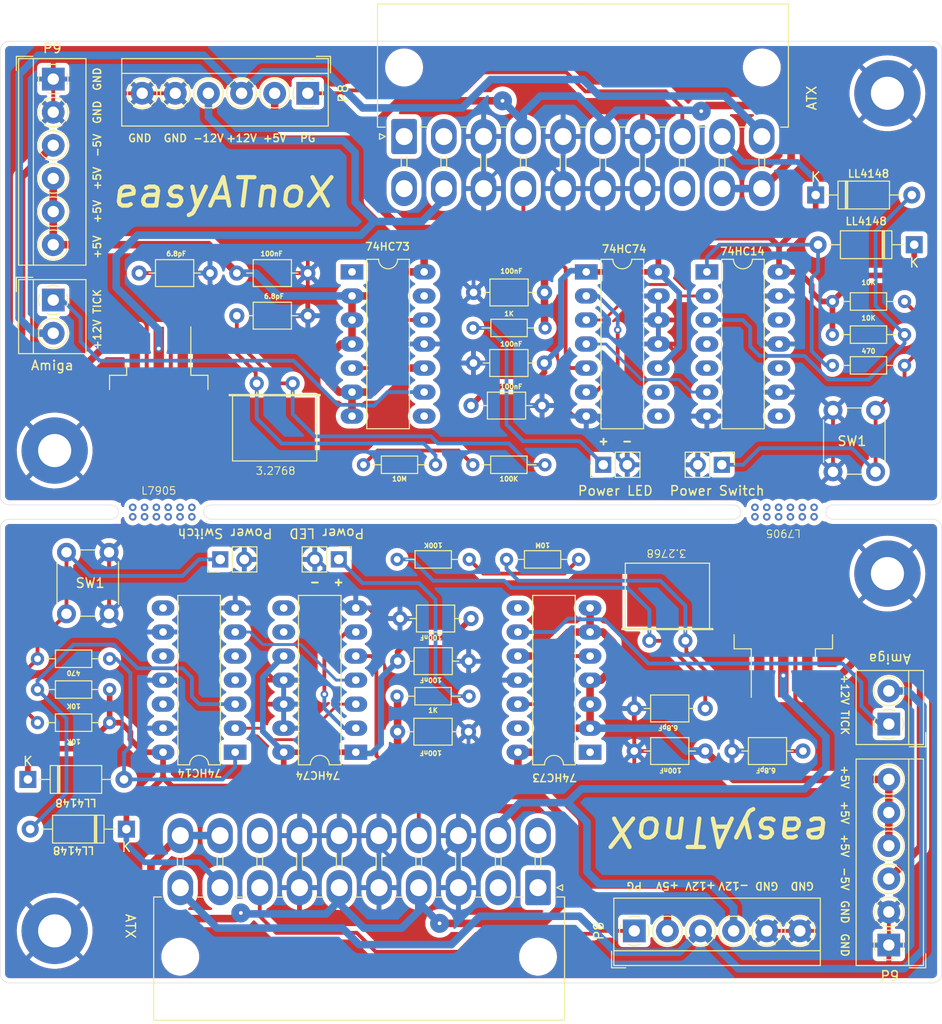
<source format=kicad_pcb>
(kicad_pcb (version 20211014) (generator pcbnew)
  (layers (0 "F.Cu" signal) (31 "B.Cu" signal) (34 "B.Paste" user) (35 "F.Paste" user) (36 "B.SilkS" user "B.Silkscreen") (37 "F.SilkS" user "F.Silkscreen") (38 "B.Mask" user) (39 "F.Mask" user) (44 "Edge.Cuts" user))
  (net 0 "")
  (net 1 "GND")
  (net 2 "/-12V")
  (net 3 "/-5V")
  (net 4 "/5VSB")
  (net 5 "Net-(U1-Pad2)")
  (net 6 "Net-(U1-Pad3)")
  (net 7 "Net-(U1-Pad4)")
  (net 8 "/~{PS_ON}")
  (net 11 "Net-(D1-Pad2)")
  (net 12 "Net-(D2-Pad2)")
  (net 13 "Net-(U2-Pad4)")
  (net 17 "unconnected-(U5-Pad1)")
  (net 18 "VCC")
  (net 19 "Net-(U5-Pad12)")
  (net 21 "/TICK")
  (net 23 "Net-(C8-Pad1)")
  (net 24 "Net-(C7-Pad1)")
  (net 25 "Net-(J4-Pad1)")
  (net 26 "/PWR_SW")
  (net 29 "/PWR_OK")
  (net 30 "/+12V")
  (net 33 "Net-(R10-Pad1)")
  (footprint "Resistor_THT:R_Axial_DIN0204_L3.6mm_D1.6mm_P7.62mm_Horizontal" (layer "F.Cu") (at 141.44 65.75)
    (fp_text reference "R1" hide)
    (fp_text value "10K")
  )
  (footprint "Capacitor_THT:C_Axial_L3.8mm_D2.6mm_P7.50mm_Horizontal" (layer "F.Cu") (at 68.175 62.75)
    (fp_text reference "C8" hide)
    (fp_text value "6.8pF")
  )
  (footprint "Capacitor_THT:C_Axial_L3.8mm_D2.6mm_P7.50mm_Horizontal" (layer "F.Cu") (at 103.25 99.25 180)
    (fp_text reference "C3" hide)
    (fp_text value "100nF")
  )
  (footprint "TerminalBlock_4Ucon:TerminalBlock_4Ucon_1x06_P3.50mm_Horizontal" (layer "F.Cu") (at 120.5 132.25)
    (fp_text reference "P8")
    (fp_text value "TerminalBlock_4Ucon_1x06_P3.50mm_Horizontal" hide)
  )
  (footprint "Connector_PinHeader_2.54mm:PinHeader_1x02_P2.54mm_Vertical" (layer "F.Cu") (at 117.225 83 90)
    (fp_text reference "J4" hide)
    (fp_text value "Power LED")
  )
  (footprint "Connector_Molex:Molex_Mini-Fit_Jr_5569-20A2_2x10_P4.20mm_Horizontal" (layer "F.Cu") (at 110.325 127.68 180)
    (fp_text reference "ATX")
    (fp_text value "ATX")
  )
  (footprint "Button_Switch_THT:SW_PUSH_6mm_H4.3mm" (layer "F.Cu") (at 65 92.25 -90)
    (fp_text reference "SW1")
    (fp_text value "Power")
  )
  (footprint "Capacitor_THT:C_Axial_L3.8mm_D2.6mm_P7.50mm_Horizontal" (layer "F.Cu") (at 95.5 103.75)
    (fp_text reference "C4" hide)
    (fp_text value "100nF")
  )
  (footprint "Crystal:Crystal_HC52-6mm_Horizontal_1EP_style1" (layer "F.Cu") (at 125.9 101.6 180)
    (fp_text reference "Y1" hide)
    (fp_text value "3.2768")
  )
  (footprint "MountingHole:MountingHole_3.5mm_Pad" (layer "F.Cu") (at 59.25 81.5)
    (fp_text reference "H2" hide)
    (fp_text value "MountingHole_Pad" hide)
  )
  (footprint "Resistor_THT:R_Axial_DIN0204_L3.6mm_D1.6mm_P7.62mm_Horizontal" (layer "F.Cu") (at 65.06 110.25 180)
    (fp_text reference "R1" hide)
    (fp_text value "10K")
  )
  (footprint "Package_DIP:DIP-14_W7.62mm_LongPads" (layer "F.Cu") (at 90.675 62.625)
    (fp_text reference "U5" hide)
    (fp_text value "74HC73")
  )
  (footprint "Connector_PinHeader_2.54mm:PinHeader_1x02_P2.54mm_Vertical" (layer "F.Cu") (at 129.75 83 -90)
    (fp_text reference "J1" hide)
    (fp_text value "Power Switch")
  )
  (footprint "Resistor_THT:R_Axial_DIN0204_L3.6mm_D1.6mm_P7.62mm_Horizontal" (layer "F.Cu") (at 103.06 93 180)
    (fp_text reference "R10" hide)
    (fp_text value "100K")
  )
  (footprint "Package_TO_SOT_SMD:TO-263-3_TabPin2" (layer "F.Cu") (at 136.25 99.5 90)
    (fp_text reference "U3" hide)
    (fp_text value "L7905")
  )
  (footprint "Resistor_THT:R_Axial_DIN0204_L3.6mm_D1.6mm_P7.62mm_Horizontal" (layer "F.Cu") (at 107 93)
    (fp_text reference "R11" hide)
    (fp_text value "10M")
  )
  (footprint "Resistor_THT:R_Axial_DIN0204_L3.6mm_D1.6mm_P7.62mm_Horizontal" (layer "F.Cu") (at 65.06 106.75 180)
    (fp_text reference "R2" hide)
    (fp_text value "10K")
  )
  (footprint "Resistor_THT:R_Axial_DIN0204_L3.6mm_D1.6mm_P7.62mm_Horizontal" (layer "F.Cu") (at 95.425 107.455)
    (fp_text reference "R9" hide)
    (fp_text value "1K")
  )
  (footprint "Package_DIP:DIP-14_W7.62mm_LongPads" (layer "F.Cu") (at 91.075 113.375 180)
    (fp_text reference "U1" hide)
    (fp_text value "74HC74")
  )
  (footprint "Capacitor_THT:C_Axial_L3.8mm_D2.6mm_P7.50mm_Horizontal" (layer "F.Cu") (at 86 62.75 180)
    (fp_text reference "C6" hide)
    (fp_text value "100nF")
  )
  (footprint "Capacitor_THT:C_Axial_L3.8mm_D2.6mm_P7.50mm_Horizontal" (layer "F.Cu") (at 128 108.75 180)
    (fp_text reference "C7" hide)
    (fp_text value "6.8pF")
  )
  (footprint "Capacitor_THT:C_Axial_L3.8mm_D2.6mm_P7.50mm_Horizontal" (layer "F.Cu") (at 111 72.25 180)
    (fp_text reference "C4" hide)
    (fp_text value "100nF")
  )
  (footprint "Resistor_THT:R_Axial_DIN0204_L3.6mm_D1.6mm_P7.62mm_Horizontal" (layer "F.Cu") (at 99.5 83 180)
    (fp_text reference "R11" hide)
    (fp_text value "10M")
  )
  (footprint "Connector_PinHeader_2.54mm:PinHeader_1x02_P2.54mm_Vertical" (layer "F.Cu") (at 89.275 93 -90)
    (fp_text reference "J4" hide)
    (fp_text value "Power LED")
  )
  (footprint "Resistor_THT:R_Axial_DIN0204_L3.6mm_D1.6mm_P7.62mm_Horizontal" (layer "F.Cu") (at 141.44 72.5)
    (fp_text reference "R3" hide)
    (fp_text value "470")
  )
  (footprint "Package_TO_SOT_SMD:TO-263-3_TabPin2" (layer "F.Cu") (at 70.25 76.5 -90)
    (fp_text reference "U3" hide)
    (fp_text value "L7905")
  )
  (footprint "TerminalBlock_4Ucon:TerminalBlock_4Ucon_1x06_P3.50mm_Horizontal" (layer "F.Cu") (at 86 43.75 180)
    (fp_text reference "P8")
    (fp_text value "TerminalBlock_4Ucon_1x06_P3.50mm_Horizontal" hide)
  )
  (footprint "Capacitor_THT:C_Axial_L3.8mm_D2.6mm_P7.50mm_Horizontal" (layer "F.Cu") (at 102.985 111.205 180)
    (fp_text reference "C5" hide)
    (fp_text value "100nF")
  )
  (footprint "Package_DIP:DIP-14_W7.62mm_LongPads" (layer "F.Cu") (at 78.325 113.375 180)
    (fp_text reference "U2" hide)
    (fp_text value "74HC14")
  )
  (footprint "TerminalBlock_4Ucon:TerminalBlock_4Ucon_1x06_P3.50mm_Horizontal" (layer "F.Cu") (at 59.1 42.25 -90)
    (fp_text reference "P9")
    (fp_text value "TerminalBlock_4Ucon_1x06_P3.50mm_Horizontal" hide)
  )
  (footprint "TerminalBlock_4Ucon:TerminalBlock_4Ucon_1x02_P3.50mm_Horizontal" (layer "F.Cu") (at 59.1 65.6 -90)
    (fp_text reference "Amiga")
    (fp_text value "TerminalBlock_4Ucon_1x02_P3.50mm_Horizontal" hide)
  )
  (footprint "TerminalBlock_4Ucon:TerminalBlock_4Ucon_1x06_P3.50mm_Horizontal" (layer "F.Cu") (at 147.4 133.75 90)
    (fp_text reference "P9")
    (fp_text value "TerminalBlock_4Ucon_1x06_P3.50mm_Horizontal" hide)
  )
  (footprint "Capacitor_THT:C_Axial_L3.8mm_D2.6mm_P7.50mm_Horizontal" (layer "F.Cu") (at 78.5 67.25)
    (fp_text reference "C7" hide)
    (fp_text value "6.8pF")
  )
  (footprint "Diode_THT:D_A-405_P10.16mm_Horizontal" (layer "F.Cu") (at 150.08 59.75 180)
    (fp_text reference "D1" hide)
    (fp_text value "LL4148")
  )
  (footprint "MountingHole:MountingHole_3.5mm_Pad" (layer "F.Cu") (at 147.25 94.5 180)
    (fp_text reference "H2" hide)
    (fp_text value "MountingHole_Pad" hide)
  )
  (footprint "Button_Switch_THT:SW_PUSH_6mm_H4.3mm" (layer "F.Cu") (at 141.5 83.75 90)
    (fp_text reference "SW1")
    (fp_text value "Power")
  )
  (footprint "MountingHole:MountingHole_3.5mm_Pad" (layer "F.Cu") (at 59.25 132.25 180)
    (fp_text reference "H1" hide)
    (fp_text value "MountingHole_Pad" hide)
  )
  (footprint "Crystal:Crystal_HC52-6mm_Horizontal_1EP_style1" (layer "F.Cu") (at 80.6 74.4)
    (fp_text reference "Y1" hide)
    (fp_text value "3.2768")
  )
  (footprint "Capacitor_THT:C_Axial_L3.8mm_D2.6mm_P7.50mm_Horizontal" (layer "F.Cu") (at 103.25 76.75)
    (fp_text reference "C3" hide)
    (fp_text value "100nF")
  )
  (footprint "Connector_PinHeader_2.54mm:PinHeader_1x02_P2.54mm_Vertical" (layer "F.Cu") (at 76.75 93 90)
    (fp_text reference "J1" hide)
    (fp_text value "Power Switch")
  )
  (footprint "MountingHole:MountingHole_3.5mm_Pad" (layer "F.Cu") (at 147.25 43.75)
    (fp_text reference "H1" hide)
    (fp_text value "MountingHole_Pad" hide)
  )
  (footprint "Diode_THT:D_A-405_P10.16mm_Horizontal" (layer "F.Cu") (at 139.67 54.5)
    (fp_text reference "D2" hide)
    (fp_text value "LL4148")
  )
  (footprint "Capacitor_THT:C_Axial_L3.8mm_D2.6mm_P7.50mm_Horizontal" (layer "F.Cu") (at 103.515 64.795)
    (fp_text reference "C5" hide)
    (fp_text value "100nF")
  )
  (footprint "Connector_Molex:Molex_Mini-Fit_Jr_5569-20A2_2x10_P4.20mm_Horizontal" (layer "F.Cu") (at 96.175 48.32)
    (fp_text reference "ATX")
    (fp_text value "ATX")
  )
  (footprint "Resistor_THT:R_Axial_DIN0204_L3.6mm_D1.6mm_P7.62mm_Horizontal" (layer "F.Cu") (at 141.44 69.25)
    (fp_text reference "R2" hide)
    (fp_text value "10K")
  )
  (footprint "Capacitor_THT:C_Axial_L3.8mm_D2.6mm_P7.50mm_Horizontal" (layer "F.Cu") (at 120.5 113.25)
    (fp_text reference "C6" hide)
    (fp_text value "100nF")
  )
  (footprint "Package_DIP:DIP-14_W7.62mm_LongPads" (layer "F.Cu") (at 115.825 113.375 180)
    (fp_text reference "U5" hide)
    (fp_text value "74HC73")
  )
  (footprint "Diode_THT:D_A-405_P10.16mm_Horizontal" (layer "F.Cu") (at 56.42 116.25)
    (fp_text reference "D1" hide)
    (fp_text value "LL4148")
  )
  (footprint "Diode_THT:D_A-405_P10.16mm_Horizontal" (layer "F.Cu") (at 66.83 121.5 180)
    (fp_text reference "D2" hide)
    (fp_text value "LL4148")
  )
  (footprint "TerminalBlock_4Ucon:TerminalBlock_4Ucon_1x02_P3.50mm_Horizontal" (layer "F.Cu") (at 147.4 110.4 90)
    (fp_text reference "Amiga")
    (fp_text value "TerminalBlock_4Ucon_1x02_P3.50mm_Horizontal" hide)
  )
  (footprint "Resistor_THT:R_Axial_DIN0204_L3.6mm_D1.6mm_P7.62mm_Horizontal" (layer "F.Cu") (at 111.075 68.545 180)
    (fp_text reference "R9" hide)
    (fp_text value "1K")
  )
  (footprint "Resistor_THT:R_Axial_DIN0204_L3.6mm_D1.6mm_P7.62mm_Horizontal" (layer "F.Cu") (at 103.44 83)
    (fp_text reference "R10" hide)
    (fp_text value "100K")
  )
  (footprint "Resistor_THT:R_Axial_DIN0204_L3.6mm_D1.6mm_P7.62mm_Horizontal" (layer "F.Cu") (at 65.06 103.5 180)
    (fp_text reference "R3" hide)
    (fp_text value "470")
  )
  (footprint "Package_DIP:DIP-14_W7.62mm_LongPads" (layer "F.Cu") (at 128.175 62.625)
    (fp_text reference "U2" hide)
    (fp_text value "74HC14")
  )
  (footprint "Capacitor_THT:C_Axial_L3.8mm_D2.6mm_P7.50mm_Horizontal" (layer "F.Cu") (at 138.325 113.25 180)
    (fp_text reference "C8" hide)
    (fp_text value "6.8pF")
  )
  (footprint "Package_DIP:DIP-14_W7.62mm_LongPads" (layer "F.Cu") (at 115.425 62.625)
    (fp_text reference "U1" hide)
    (fp_text value "74HC74")
  )
  (gr_arc (start 75.75 88.75) (mid 75 88) (end 75.75 87.25) (layer "Edge.Cuts") (width 0.05))
  (gr_line (start 153 136.75) (end 153 89.75) (layer "Edge.Cuts") (width 0.05))
  (gr_arc (start 153 86.25) (mid 152.707107 86.957107) (end 152 87.25) (layer "Edge.Cuts") (width 0.05))
  (gr_arc (start 53.5 89.75) (mid 53.792893 89.042893) (end 54.5 88.75) (layer "Edge.Cuts") (width 0.05))
  (gr_arc (start 54.5 87.25) (mid 53.792893 86.957107) (end 53.5 86.25) (layer "Edge.Cuts") (width 0.05))
  (gr_line (start 65.25 87.25) (end 54.5 87.25) (layer "Edge.Cuts") (width 0.05))
  (gr_line (start 54.5 137.75) (end 152 137.75) (layer "Edge.Cuts") (width 0.05))
  (gr_line (start 152 38.25) (end 54.5 38.25) (layer "Edge.Cuts") (width 0.05))
  (gr_arc (start 152 38.25) (mid 152.707107 38.542893) (end 153 39.25) (layer "Edge.Cuts") (width 0.05))
  (gr_arc (start 153 136.75) (mid 152.707107 137.457107) (end 152 137.75) (layer "Edge.Cuts") (width 0.05))
  (gr_arc (start 131 87.25) (mid 131.75 88) (end 131 88.75) (layer "Edge.Cuts") (width 0.05))
  (gr_arc (start 53.5 39.25) (mid 53.792893 38.542893) (end 54.5 38.25) (layer "Edge.Cuts") (width 0.05))
  (gr_line (start 141.5 88.75) (end 152 88.75) (layer "Edge.Cuts") (width 0.05))
  (gr_line (start 53.5 89.75) (end 53.5 136.75) (layer "Edge.Cuts") (width 0.05))
  (gr_line (start 53.5 39.25) (end 53.5 86.25) (layer "Edge.Cuts") (width 0.05))
  (gr_line (start 75.75 87.25) (end 131 87.25) (layer "Edge.Cuts") (width 0.05))
  (gr_line (start 65.25 88.75) (end 54.5 88.75) (layer "Edge.Cuts") (width 0.05))
  (gr_arc (start 54.5 137.75) (mid 53.792893 137.457107) (end 53.5 136.75) (layer "Edge.Cuts") (width 0.05))
  (gr_arc (start 152 88.75) (mid 152.707107 89.042893) (end 153 89.75) (layer "Edge.Cuts") (width 0.05))
  (gr_line (start 153 86.25) (end 153 39.25) (layer "Edge.Cuts") (width 0.05))
  (gr_line (start 141.5 87.25) (end 152 87.25) (layer "Edge.Cuts") (width 0.05))
  (gr_line (start 131 88.75) (end 75.75 88.75) (layer "Edge.Cuts") (width 0.05))
  (gr_arc (start 65.25 87.25) (mid 66 88) (end 65.25 88.75) (layer "Edge.Cuts") (width 0.05))
  (gr_arc (start 141.5 88.75) (mid 140.75 88) (end 141.5 87.25) (layer "Edge.Cuts") (width 0.05))
  (gr_text "+5V" (at 142.75 123.25 270) (layer "F.SilkS") (effects (font (size 0.8 0.8))))
  (gr_text "TICK" (at 63.75 65.75 90) (layer "F.SilkS") (effects (font (size 0.8 0.8))))
  (gr_text "+" (at 89.25 95.5 180) (layer "F.SilkS") (effects (font (size 0.8 0.8) (thickness 0.2))))
  (gr_text "+12V" (at 142.75 106.75 270) (layer "F.SilkS") (effects (font (size 0.8 0.8))))
  (gr_text "GND" (at 63.75 45.75 90) (layer "F.SilkS") (effects (font (size 0.8 0.8))))
  (gr_text "easyATnoX" (at 77 54.25) (layer "F.SilkS") (effects (font (size 3 3) (thickness 0.45) italic)))
  (gr_text "-12V" (at 131 127.5 180) (layer "F.SilkS") (effects (font (size 0.8 0.8))))
  (gr_text "GND" (at 72 48.5) (layer "F.SilkS") (effects (font (size 0.8 0.8))))
  (gr_text "+12V" (at 63.75 69.25 90) (layer "F.SilkS") (effects (font (size 0.8 0.8))))
  (gr_text "-5V" (at 142.75 126.75 270) (layer "F.SilkS") (effects (font (size 0.8 0.8))))
  (gr_text "+5V" (at 124 127.5 180) (layer "F.SilkS") (effects (font (size 0.8 0.8))))
  (gr_text "-" (at 119.75 80.5) (layer "F.SilkS") (effects (font (size 0.8 0.8) (thickness 0.2))))
  (gr_text "GND" (at 142.75 130.25 270) (layer "F.SilkS") (effects (font (size 0.8 0.8))))
  (gr_text "+5V" (at 82.5 48.5) (layer "F.SilkS") (effects (font (size 0.8 0.8))))
  (gr_text "+12V" (at 79 48.5) (layer "F.SilkS") (effects (font (size 0.8 0.8))))
  (gr_text "+12V" (at 127.5 127.5 180) (layer "F.SilkS") (effects (font (size 0.8 0.8))))
  (gr_text "GND" (at 138.25 127.5 180) (layer "F.SilkS") (effects (font (size 0.8 0.8))))
  (gr_text "+5V" (at 63.75 60 90) (layer "F.SilkS") (effects (font (size 0.8 0.8))))
  (gr_text "GND" (at 134.5 127.5 180) (layer "F.SilkS") (effects (font (size 0.8 0.8))))
  (gr_text "PG" (at 120.5 127.5 180) (layer "F.SilkS") (effects (font (size 0.8 0.8))))
  (gr_text "GND" (at 63.75 42.25 90) (layer "F.SilkS") (effects (font (size 0.8 0.8))))
  (gr_text "+5V" (at 142.75 119.75 270) (layer "F.SilkS") (effects (font (size 0.8 0.8))))
  (gr_text "TICK" (at 142.75 110.25 270) (layer "F.SilkS") (effects (font (size 0.8 0.8))))
  (gr_text "+5V" (at 63.75 56.25 90) (layer "F.SilkS") (effects (font (size 0.8 0.8))))
  (gr_text "easyATnoX" (at 129.5 121.75 180) (layer "F.SilkS") (effects (font (size 3 3) (thickness 0.45) italic)))
  (gr_text "GND" (at 68.25 48.5) (layer "F.SilkS") (effects (font (size 0.8 0.8))))
  (gr_text "GND" (at 142.75 133.75 270) (layer "F.SilkS") (effects (font (size 0.8 0.8))))
  (gr_text "+" (at 117.25 80.5) (layer "F.SilkS") (effects (font (size 0.8 0.8) (thickness 0.2))))
  (gr_text "-12V" (at 75.5 48.5) (layer "F.SilkS") (effects (font (size 0.8 0.8))))
  (gr_text "+5V" (at 63.75 52.75 90) (layer "F.SilkS") (effects (font (size 0.8 0.8))))
  (gr_text "+5V" (at 142.75 116 270) (layer "F.SilkS") (effects (font (size 0.8 0.8))))
  (gr_text "-5V" (at 63.75 49.25 90) (layer "F.SilkS") (effects (font (size 0.8 0.8))))
  (gr_text "PG" (at 86 48.5) (layer "F.SilkS") (effects (font (size 0.8 0.8))))
  (gr_text "-" (at 86.75 95.5 180) (layer "F.SilkS") (effects (font (size 0.8 0.8) (thickness 0.2))))
  (via (at 138.25 88.5) (size 0.8) (drill 0.4) (layers "F.Cu" "B.Cu") (net 0))
  (via (at 139.5 88.5) (size 0.8) (drill 0.4) (layers "F.Cu" "B.Cu") (net 0))
  (via (at 67.5 88.5) (size 0.8) (drill 0.4) (layers "F.Cu" "B.Cu") (net 0))
  (via (at 71.25 88.5) (size 0.8) (drill 0.4) (layers "F.Cu" "B.Cu") (net 0))
  (via (at 137 87.5) (size 0.8) (drill 0.4) (layers "F.Cu" "B.Cu") (net 0))
  (via (at 134.5 87.5) (size 0.8) (drill 0.4) (layers "F.Cu" "B.Cu") (net 0))
  (via (at 72.5 87.5) (size 0.8) (drill 0.4) (layers "F.Cu" "B.Cu") (net 0))
  (via (at 70 87.5) (size 0.8) (drill 0.4) (layers "F.Cu" "B.Cu") (net 0))
  (via (at 70 88.5) (size 0.8) (drill 0.4) (layers "F.Cu" "B.Cu") (net 0))
  (via (at 68.75 87.5) (size 0.8) (drill 0.4) (layers "F.Cu" "B.Cu") (net 0))
  (via (at 135.75 88.5) (size 0.8) (drill 0.4) (layers "F.Cu" "B.Cu") (net 0))
  (via (at 133.25 88.5) (size 0.8) (drill 0.4) (layers "F.Cu" "B.Cu") (net 0))
  (via (at 68.75 88.5) (size 0.8) (drill 0.4) (layers "F.Cu" "B.Cu") (net 0))
  (via (at 73.75 88.5) (size 0.8) (drill 0.4) (layers "F.Cu" "B.Cu") (net 0))
  (via (at 71.25 87.5) (size 0.8) (drill 0.4) (layers "F.Cu" "B.Cu") (net 0))
  (via (at 137 88.5) (size 0.8) (drill 0.4) (layers "F.Cu" "B.Cu") (net 0))
  (via (at 138.25 87.5) (size 0.8) (drill 0.4) (layers "F.Cu" "B.Cu") (net 0))
  (via (at 73.75 87.5) (size 0.8) (drill 0.4) (layers "F.Cu" "B.Cu") (net 0))
  (via (at 135.75 87.5) (size 0.8) (drill 0.4) (layers "F.Cu" "B.Cu") (net 0))
  (via (at 72.5 88.5) (size 0.8) (drill 0.4) (layers "F.Cu" "B.Cu") (net 0))
  (via (at 139.5 87.5) (size 0.8) (drill 0.4) (layers "F.Cu" "B.Cu") (net 0))
  (via (at 67.5 87.5) (size 0.8) (drill 0.4) (layers "F.Cu" "B.Cu") (net 0))
  (via (at 133.25 87.5) (size 0.8) (drill 0.4) (layers "F.Cu" "B.Cu") (net 0))
  (via (at 134.5 88.5) (size 0.8) (drill 0.4) (layers "F.Cu" "B.Cu") (net 0))
  (segment (start 147.4 133.75) (end 143.5 133.75) (width 0.4) (layer "F.Cu") (net 1))
  (segment (start 86.735 93) (end 79.29 93) (width 0.4) (layer "F.Cu") (net 1))
  (segment (start 79.29 93) (end 79.29 95.46) (width 0.4) (layer "F.Cu") (net 1))
  (segment (start 134.5 132.25) (end 132.75 130.5) (width 0.4) (layer "F.Cu") (net 1))
  (segment (start 85.125 122.18) (end 85.125 127.68) (width 0.4) (layer "F.Cu") (net 1))
  (segment (start 104.5 103.75) (end 103 103.75) (width 0.4) (layer "F.Cu") (net 1))
  (segment (start 78.325 98.135) (end 76.615 98.135) (width 0.4) (layer "F.Cu") (net 1))
  (segment (start 82.75 62.75) (end 86 62.75) (width 0.4) (layer "F.Cu") (net 1))
  (segment (start 133.5 66) (end 134.335 65.165) (width 0.4) (layer "F.Cu") (net 1))
  (segment (start 70.705 105.755) (end 72.005 105.755) (width 0.4) (layer "F.Cu") (net 1))
  (segment (start 120.5 115.75) (end 120.5 113.25) (width 0.4) (layer "F.Cu") (net 1))
  (segment (start 83.455 108.295) (end 83.455 105.755) (width 0.4) (layer "F.Cu") (net 1))
  (segment (start 93.5 99.25) (end 92.385 98.135) (width 0.4) (layer "F.Cu") (net 1))
  (segment (start 106.505 105.755) (end 104.5 103.75) (width 0.4) (layer "F.Cu") (net 1))
  (segment (start 92.385 98.135) (end 91.075 98.135) (width 0.4) (layer "F.Cu") (net 1))
  (segment (start 89.75 51.5) (end 89.75 56.5) (width 0.4) (layer "F.Cu") (net 1))
  (segment (start 120.5 108.75) (end 120.5 113.25) (width 0.4) (layer "F.Cu") (net 1))
  (segment (start 101.75 66.56) (end 101.75 72) (width 0.4) (layer "F.Cu") (net 1))
  (segment (start 125.5 71.75) (end 125.5 77) (width 0.4) (layer "F.Cu") (net 1))
  (segment (start 79.29 95.46) (end 78.325 96.425) (width 0.4) (layer "F.Cu") (net 1))
  (segment (start 104.75 104) (end 104.5 103.75) (width 0.4) (layer "F.Cu") (net 1))
  (segment (start 129.5 110.75) (end 126.25 110.75) (width 0.4) (layer "F.Cu") (net 1))
  (segment (start 64.5 43.75) (end 68.5 43.75) (width 0.4) (layer "F.Cu") (net 1))
  (segment (start 123.75 113.25) (end 120.5 113.25) (width 0.4) (layer "F.Cu") (net 1))
  (segment (start 80.135 98.135) (end 78.325 98.135) (width 0.4) (layer "F.Cu") (net 1))
  (segment (start 73 110) (end 72.165 110.835) (width 0.4) (layer "F.Cu") (net 1))
  (segment (start 73 106.75) (end 73 110) (width 0.4) (layer "F.Cu") (net 1))
  (segment (start 73.75 45.5) (end 73.75 47) (width 0.4) (layer "F.Cu") (net 1))
  (segment (start 72 43.75) (end 73.75 45.5) (width 0.4) (layer "F.Cu") (net 1))
  (segment (start 72.005 105.755) (end 73 106.75) (width 0.4) (layer "F.Cu") (net 1))
  (segment (start 73.75 47) (end 77 50.25) (width 0.4) (layer "F.Cu") (net 1))
  (segment (start 76.615 98.135) (end 74.075 100.675) (width 0.4) (layer "F.Cu") (net 1))
  (segment (start 78.325 96.425) (end 78.325 98.135) (width 0.4) (layer "F.Cu") (net 1))
  (segment (start 134.495 70.245) (end 133.5 69.25) (width 0.4) (layer "F.Cu") (net 1))
  (segment (start 114.115 77.865) (end 115.425 77.865) (width 0.4) (layer "F.Cu") (net 1))
  (segment (start 134.335 65.165) (end 135.795 65.165) (width 0.4) (layer "F.Cu") (net 1))
  (segment (start 102.985 111.205) (end 104.75 109.44) (width 0.4) (layer "F.Cu") (net 1))
  (segment (start 128.175 77.865) (end 129.885 77.865) (width 0.4) (layer "F.Cu") (net 1))
  (segment (start 123.995 70.245) (end 125.5 71.75) (width 0.4) (layer "F.Cu") (net 1))
  (segment (start 112.975 54.395) (end 112.975 53.82) (width 0.4) (layer "F.Cu") (net 1))
  (segment (start 142 132.25) (end 138 132.25) (width 0.4) (layer "F.Cu") (net 1))
  (segment (start 118 125.75) (end 116.75 124.5) (width 0.4) (layer "F.Cu") (net 1))
  (segment (start 126.365 77.865) (end 128.175 77.865) (width 0.4) (layer "F.Cu") (net 1))
  (segment (start 116.75 119.5) (end 120.5 115.75) (width 0.4) (layer "F.Cu") (net 1))
  (segment (start 119.765 83) (end 127.21 83) (width 0.4) (layer "F.Cu") (net 1))
  (segment (start 70.705 100.675) (end 66.925 100.675) (width 0.4) (layer "F.Cu") (net 1))
  (segment (start 80.25 65.25) (end 82.75 62.75) (width 0.4) (layer "F.Cu") (net 1))
  (segment (start 121.375 53.82) (end 121.375 48.32) (width 0.4) (layer "F.Cu") (net 1))
  (segment (start 103.515 64.795) (end 101.75 66.56) (width 0.4) (layer "F.Cu") (net 1))
  (segment (start 83.455 105.755) (end 82.505 105.755) (width 0.4) (layer "F.Cu") (net 1))
  (segment (start 98.295 70.245) (end 99.995 70.245) (width 0.4) (layer "F.Cu") (net 1))
  (segment (start 81 104.25) (end 81 99) (width 0.4) (layer "F.Cu") (net 1))
  (segment (start 102 72.25) (end 103.5 72.25) (width 0.4) (layer "F.Cu") (net 1))
  (segment (start 101.75 72) (end 102 72.25) (width 0.4) (layer "F.Cu") (net 1))
  (segment (start 135.795 70.245) (end 134.495 70.245) (width 0.4) (layer "F.Cu") (net 1))
  (segment (start 130.825 113.25) (end 130.825 112.075) (width 0.4) (layer "F.Cu") (net 1))
  (segment (start 75.675 63.925) (end 77 65.25) (width 0.4) (layer "F.Cu") (net 1))
  (segment (start 104.75 109.44) (end 104.75 104) (width 0.4) (layer "F.Cu") (net 1))
  (segment (start 139.575 75.325) (end 141.5 77.25) (width 0.4) (layer "F.Cu") (net 1))
  (segment (start 77 65.25) (end 80.25 65.25) (width 0.4) (layer "F.Cu") (net 1))
  (segment (start 66.925 100.675) (end 65 98.75) (width 0.4) (layer "F.Cu") (net 1))
  (segment (start 132.75 129) (end 129.5 125.75) (width 0.4) (layer "F.Cu") (net 1))
  (segment (start 86 60.25) (end 86 62.75) (width 0.4) (layer "F.Cu") (net 1))
  (segment (start 89.75 56.5) (end 86 60.25) (width 0.4) (layer "F.Cu") (net 1))
  (segment (start 132.425 75.325) (end 135.795 75.325) (width 0.4) (layer "F.Cu") (net 1))
  (segment (start 147.4 130.25) (end 147.4 133.75) (width 0.4) (layer "F.Cu") (net 1))
  (segment (start 82.505 105.755) (end 81 104.25) (width 0.4) (layer "F.Cu") (net 1))
  (segment (start 123.045 70.245) (end 123.995 70.245) (width 0.4) (layer "F.Cu") (net 1))
  (segment (start 129.885 77.865) (end 132.425 75.325) (width 0.4) (layer "F.Cu") (net 1))
  (segment (start 63 42.25) (end 64.5 43.75) (width 0.4) (layer "F.Cu") (net 1))
  (segment (start 110.75 76.75) (end 113 76.75) (width 0.4) (layer "F.Cu") (net 1))
  (segment (start 75.675 62.75) (end 75.675 63.925) (width 0.4) (layer "F.Cu") (net 1))
  (segment (start 138 132.25) (end 134.5 132.25) (width 0.4) (layer "F.Cu") (net 1))
  (segment (start 59.1 45.75) (end 59.1 42.25) (width 0.4) (layer "F.Cu") (net 1))
  (segment (start 86 67.25) (end 86 62.75) (width 0.4) (layer "F.Cu") (net 1))
  (segment (start 59.1 42.25) (end 63 42.25) (width 0.4) (layer "F.Cu") (net 1))
  (segment (start 93.525 121.605) (end 93.525 122.18) (width 0.4) (layer "F.Cu") (net 1))
  (segment (start 108.205 105.755) (end 106.505 105.755) (width 0.4) (layer "F.Cu") (net 1))
  (segment (start 127.21 80.54) (end 128.175 79.575) (width 0.4) (layer "F.Cu") (net 1))
  (segment (start 130.825 112.075) (end 129.5 110.75) (width 0.4) (layer "F.Cu") (net 1))
  (segment (start 141.5 83.75) (end 141.5 77.25) (width 0.4) (layer "F.Cu") (net 1))
  (segment (start 123.045 67.705) (end 123.045 70.245) (width 0.4) (layer "F.Cu") (net 1))
  (segment (start 127.21 83) (end 127.21 80.54) (width 0.4) (layer "F.Cu") (net 1))
  (segment (start 95.75 99.25) (end 93.5 99.25) (width 0.4) (layer "F.Cu") (net 1))
  (segment (start 126.25 110.75) (end 123.75 113.25) (width 0.4) (layer "F.Cu") (net 1))
  (segment (start 128.175 79.575) (end 128.175 77.865) (width 0.4) (layer "F.Cu") (net 1))
  (segment (start 116.75 124.5) (end 116.75 119.5) (width 0.4) (layer "F.Cu") (net 1))
  (segment (start 99.995 70.245) (end 102 72.25) (width 0.4) (layer "F.Cu") (net 1))
  (segment (start 74.075 100.675) (end 70.705 100.675) (width 0.4) (layer "F.Cu") (net 1))
  (segment (start 135.795 75.325) (end 139.575 75.325) (width 0.4) (layer "F.Cu") (net 1))
  (segment (start 133.5 69.25) (end 133.5 66) (width 0.4) (layer "F.Cu") (net 1))
  (segment (start 113 76.75) (end 114.115 77.865) (width 0.4) (layer "F.Cu") (net 1))
  (segment (start 143.5 133.75) (end 142 132.25) (width 0.4) (layer "F.Cu") (net 1))
  (segment (start 123.045 65.165) (end 123.045 67.705) (width 0.4) (layer "F.Cu") (net 1))
  (segment (start 72.165 110.835) (end 70.705 110.835) (width 0.4) (layer "F.Cu") (net 1))
  (segment (start 125.5 77) (end 126.365 77.865) (width 0.4) (layer "F.Cu") (net 1))
  (segment (start 83.455 110.835) (end 83.455 108.295) (width 0.4) (layer "F.Cu") (net 1))
  (segment (start 68.5 43.75) (end 72 43.75) (width 0.4) (layer "F.Cu") (net 1))
  (segment (start 129.5 125.75) (end 118 125.75) (width 0.4) (layer "F.Cu") (net 1))
  (segment (start 132.75 130.5) (end 132.75 129) (width 0.4) (layer "F.Cu") (net 1))
  (segment (start 77 50.25) (end 88.5 50.25) (width 0.4) (layer "F.Cu") (net 1))
  (segment (start 65 92.25) (end 65 98.75) (width 0.4) (layer "F.Cu") (net 1))
  (segment (start 88.5 50.25) (end 89.75 51.5) (width 0.4) (layer "F.Cu") (net 1))
  (segment (start 81 99) (end 80.135 98.135) (width 0.4) (layer "F.Cu") (net 1))
  (segment (start 93.525 122.18) (end 93.525 127.68) (width 0.4) (layer "B.Cu") (net 1))
  (segment (start 103.515 64.795) (end 103.515 59.235) (width 0.4) (layer "B.Cu") (net 1))
  (segment (start 118.75 80.25) (end 118.75 82.25) (width 0.4) (layer "B.Cu") (net 1))
  (segment (start 87 93) (end 86.735 93) (width 0.4) (layer "B.Cu") (net 1))
  (segment (start 93.525 122.18) (end 89.325 122.18) (width 0.4) (layer "B.Cu") (net 1))
  (segment (start 119.5 83) (end 119.765 83) (width 0.4) (layer "B.Cu") (net 1))
  (segment (start 91.075 98.135) (end 90.135 98.135) (width 0.4) (layer "B.Cu") (net 1))
  (segment (start 85.125 122.18) (end 89.325 122.18) (width 0.4) (layer "B.Cu") (net 1))
  (segment (start 104.575 53.82) (end 104.575 48.32) (width 0.4) (layer "B.Cu") (net 1))
  (segment (start 95 124.75) (end 93.525 123.275) (width 0.4) (layer "B.Cu") (net 1))
  (segment (start 93.525 123.275) (end 93.525 122.18) (width 0.4) (layer "B.Cu") (net 1))
  (segment (start 104.575 53.425) (end 106.75 51.25) (width 0.4) (layer "B.Cu") (net 1))
  (segment (start 106.75 51.25) (end 111.5 51.25) (width 0.4) (layer "B.Cu") (net 1))
  (segment (start 104.575 53.82) (end 104.575 53.425) (width 0.4) (layer "B.Cu") (net 1))
  (segment (start 104.575 58.175) (end 104.575 53.82) (width 0.4) (layer "B.Cu") (net 1))
  (segment (start 116.365 77.865) (end 118.75 80.25) (width 0.4) (layer "B.Cu") (net 1))
  (segment (start 111.5 51.25) (end 112.975 52.725) (width 0.4) (layer "B.Cu") (net 1))
  (segment (start 90.135 98.135) (end 87.75 95.75) (width 0.4) (layer "B.Cu") (net 1))
  (segment (start 99.75 124.75) (end 95 124.75) (width 0.4) (layer "B.Cu") (net 1))
  (segment (start 103.515 59.235) (end 104.575 58.175) (width 0.4) (layer "B.Cu") (net 1))
  (segment (start 101.925 122.18) (end 101.925 122.575) (width 0.4) (layer "B.Cu") (net 1))
  (segment (start 121.375 53.82) (end 117.175 53.82) (width 0.4) (layer "B.Cu") (net 1))
  (segment (start 102.985 116.765) (end 101.925 117.825) (width 0.4) (layer "B.Cu") (net 1))
  (segment (start 112.975 53.82) (end 117.175 53.82) (width 0.4) (layer "B.Cu") (net 1))
  (segment (start 101.925 117.825) (end 101.925 122.18) (width 0.4) (layer "B.Cu") (net 1))
  (segment (start 101.925 122.18) (end 101.925 127.68) (width 0.4) (layer "B.Cu") (net 1))
  (segment (start 87.75 95.75) (end 87.75 93.75) (width 0.4) (layer "B.Cu") (net 1))
  (segment (start 112.975 53.82) (end 112.975 48.32) (width 0.4) (layer "B.Cu") (net 1))
  (segment (start 101.925 122.575) (end 99.75 124.75) (width 0.4) (layer "B.Cu") (net 1))
  (segment (start 87.75 93.75) (end 87 93) (width 0.4) (layer "B.Cu") (net 1))
  (segment (start 112.975 52.725) (end 112.975 53.82) (width 0.4) (layer "B.Cu") (net 1))
  (segment (start 115.425 77.865) (end 116.365 77.865) (width 0.4) (layer "B.Cu") (net 1))
  (segment (start 102.985 111.205) (end 102.985 116.765) (width 0.4) (layer "B.Cu") (net 1))
  (segment (start 118.75 82.25) (end 119.5 83) (width 0.4) (layer "B.Cu") (net 1))
  (segment (start 136.25 96.125) (end 136.25 105.275) (width 0.8) (layer "F.Cu") (net 2))
  (segment (start 70.25 79.875) (end 70.25 70.725) (width 0.8) (layer "F.Cu") (net 2))
  (via (at 136.25 105.275) (size 0.8) (drill 0.4) (layers "F.Cu" "B.Cu") (net 2))
  (via (at 70.25 70.725) (size 0.8) (drill 0.4) (layers "F.Cu" "B.Cu") (net 2))
  (segment (start 108.425 118.705) (end 113.455 118.705) (width 0.8) (layer "B.Cu") (net 2))
  (segment (start 91 50) (end 89.75 48.75) (width 0.8) (layer "B.Cu") (net 2))
  (segment (start 116.75 127.25) (end 128.5 127.25) (width 0.8) (layer "B.Cu") (net 2))
  (segment (start 70.25 68.75) (end 70.25 70.725) (width 0.8) (layer "B.Cu") (net 2))
  (segment (start 65.75 64.25) (end 70.25 68.75) (width 0.8) (layer "B.Cu") (net 2))
  (segment (start 115.5 120.75) (end 115.5 122) (width 0.8) (layer "B.Cu") (net 2))
  (segment (start 75.5 46.25) (end 75.5 43.75) (width 0.8) (layer "B.Cu") (net 2))
  (segment (start 93.045 57.295) (end 91 55.25) (width 0.8) (layer "B.Cu") (net 2))
  (segment (start 89.75 48.75) (end 78 48.75) (width 0.8) (layer "B.Cu") (net 2))
  (segment (start 140.75 115) (end 140.75 111.75) (width 0.8) (layer "B.Cu") (net 2))
  (segment (start 136.25 107.25) (end 136.25 105.275) (width 0.8) (layer "B.Cu") (net 2))
  (segment (start 98.075 57.295) (end 93.045 57.295) (width 0.8) (layer "B.Cu") (net 2))
  (segment (start 114.91 117.25) (end 138.5 117.25) (width 0.8) (layer "B.Cu") (net 2))
  (segment (start 138.5 117.25) (end 140.75 115) (width 0.8) (layer "B.Cu") (net 2))
  (segment (start 91.59 58.75) (end 68 58.75) (width 0.8) (layer "B.Cu") (net 2))
  (segment (start 115.5 126) (end 116.75 127.25) (width 0.8) (layer "B.Cu") (net 2))
  (segment (start 100.375 54.995) (end 98.075 57.295) (width 0.8) (layer "B.Cu") (net 2))
  (segment (start 93.045 57.295) (end 91.59 58.75) (width 0.8) (layer "B.Cu") (net 2))
  (segment (start 68 58.75) (end 65.75 61) (width 0.8) (layer "B.Cu") (net 2))
  (segment (start 106.125 122.18) (end 106.125 121.005) (width 0.8) (layer "B.Cu") (net 2))
  (segment (start 115.5 122) (end 115.5 126) (width 0.8) (layer "B.Cu") (net 2))
  (segment (start 140.75 111.75) (end 136.25 107.25) (width 0.8) (layer "B.Cu") (net 2))
  (segment (start 128.5 127.25) (end 131 129.75) (width 0.8) (layer "B.Cu") (net 2))
  (segment (start 113.455 118.705) (end 114.91 117.25) (width 0.8) (layer "B.Cu") (net 2))
  (segment (start 106.125 121.005) (end 108.425 118.705) (width 0.8) (layer "B.Cu") (net 2))
  (segment (start 91 54) (end 91 50) (width 0.8) (layer "B.Cu") (net 2))
  (segment (start 78 48.75) (end 75.5 46.25) (width 0.8) (layer "B.Cu") (net 2))
  (segment (start 65.75 61) (end 65.75 64.25) (width 0.8) (layer "B.Cu") (net 2))
  (segment (start 131 129.75) (end 131 132.25) (width 0.8) (layer "B.Cu") (net 2))
  (segment (start 113.455 118.705) (end 115.5 120.75) (width 0.8) (layer "B.Cu") (net 2))
  (segment (start 100.375 53.82) (end 100.375 54.995) (width 0.8) (layer "B.Cu") (net 2))
  (segment (start 91 55.25) (end 91 54) (width 0.8) (layer "B.Cu") (net 2))
  (segment (start 150.75 123.4) (end 150.75 102.75) (width 0.8) (layer "F.Cu") (net 3))
  (segment (start 147.4 126.75) (end 150.75 123.4) (width 0.8) (layer "F.Cu") (net 3))
  (segment (start 149.75 101.75) (end 145.75 101.75) (width 0.8) (layer "F.Cu") (net 3))
  (segment (start 56.75 74.25) (end 60.75 74.25) (width 0.8) (layer "F.Cu") (net 3))
  (segment (start 64.275 70.725) (end 67.71 70.725) (width 0.8) (layer "F.Cu") (net 3))
  (segment (start 145.75 101.75) (end 142.225 105.275) (width 0.8) (layer "F.Cu") (net 3))
  (segment (start 59.1 49.25) (end 55.75 52.6) (width 0.8) (layer "F.Cu") (net 3))
  (segment (start 55.75 73.25) (end 56.75 74.25) (width 0.8) (layer "F.Cu") (net 3))
  (segment (start 150.75 102.75) (end 149.75 101.75) (width 0.8) (layer "F.Cu") (net 3))
  (segment (start 60.75 74.25) (end 64.275 70.725) (width 0.8) (layer "F.Cu") (net 3))
  (segment (start 142.225 105.275) (end 138.79 105.275) (width 0.8) (layer "F.Cu") (net 3))
  (segment (start 55.75 52.6) (end 55.75 73.25) (width 0.8) (layer "F.Cu") (net 3))
  (segment (start 66.83 121.5) (end 66.83 119.92) (width 0.6) (layer "F.Cu") (net 4))
  (segment (start 139.67 56.08) (end 135.795 59.955) (width 0.6) (layer "F.Cu") (net 4))
  (segment (start 97 101.25) (end 95.5 102.75) (width 0.6) (layer "F.Cu") (net 4))
  (segment (start 141.44 65.75) (end 144.19 63) (width 0.6) (layer "F.Cu") (net 4))
  (segment (start 135.795 59.955) (end 135.795 62.625) (width 0.6) (layer "F.Cu") (net 4))
  (segment (start 144.19 63) (end 148.25 63) (width 0.6) (layer "F.Cu") (net 4))
  (segment (start 66.83 119.92) (end 70.705 116.045) (width 0.6) (layer "F.Cu") (net 4))
  (segment (start 70.705 113.375) (end 68.625 113.375) (width 0.6) (layer "F.Cu") (net 4))
  (segment (start 67.25 111.25) (end 66.25 110.25) (width 0.6) (layer "F.Cu") (net 4))
  (segment (start 134.84 59) (end 135.795 59.955) (width 0.6) (layer "F.Cu") (net 4))
  (segment (start 135.795 62.625) (end 137.875 62.625) (width 0.6) (layer "F.Cu") (net 4))
  (segment (start 111 73.25) (end 111 72.25) (width 0.6) (layer "F.Cu") (net 4))
  (segment (start 105.25 74.75) (end 109.5 74.75) (width 0.6) (layer "F.Cu") (net 4))
  (segment (start 65.06 106.75) (end 65.06 110.25) (width 0.6) (layer "F.Cu") (net 4))
  (segment (start 58.25 113) (end 56.42 114.83) (width 0.6) (layer "F.Cu") (net 4))
  (segment (start 148.25 63) (end 150.08 61.17) (width 0.6) (layer "F.Cu") (net 4))
  (segment (start 150.08 61.17) (end 150.08 59.75) (width 0.6) (layer "F.Cu") (net 4))
  (segment (start 91.075 113.375) (end 83.455 113.375) (width 0.6) (layer "F.Cu") (net 4))
  (segment (start 140.25 65.75) (end 141.44 65.75) (width 0.6) (layer "F.Cu") (net 4))
  (segment (start 67.25 112) (end 67.25 111.25) (width 0.6) (layer "F.Cu") (net 4))
  (segment (start 139.67 54.5) (end 139.67 56.08) (width 0.6) (layer "F.Cu") (net 4))
  (segment (start 71.66 117) (end 70.705 116.045) (width 0.6) (layer "F.Cu") (net 4))
  (segment (start 65.06 110.25) (end 62.31 113) (width 0.6) (layer "F.Cu") (net 4))
  (segment (start 123.045 62.625) (end 123.045 60.205) (width 0.6) (layer "F.Cu") (net 4))
  (segment (start 82.25 117) (end 71.66 117) (width 0.6) (layer "F.Cu") (net 4))
  (segment (start 66.25 110.25) (end 65.06 110.25) (width 0.6) (layer "F.Cu") (net 4))
  (segment (start 103.25 99.25) (end 101.25 101.25) (width 0.6) (layer "F.Cu") (net 4))
  (segment (start 137.875 62.625) (end 139.25 64) (width 0.6) (layer "F.Cu") (net 4))
  (segment (start 124.25 59) (end 134.84 59) (width 0.6) (layer "F.Cu") (net 4))
  (segment (start 109.5 74.75) (end 111 73.25) (width 0.6) (layer "F.Cu") (net 4))
  (segment (start 101.25 101.25) (end 97 101.25) (width 0.6) (layer "F.Cu") (net 4))
  (segment (start 139.25 64) (end 139.25 64.75) (width 0.6) (layer "F.Cu") (net 4))
  (segment (start 103.25 76.75) (end 105.25 74.75) (width 0.6) (layer "F.Cu") (net 4))
  (segment (start 62.31 113) (end 58.25 113) (width 0.6) (layer "F.Cu") (net 4))
  (segment (start 56.42 114.83) (end 56.42 116.25) (width 0.6) (layer "F.Cu") (net 4))
  (segment (start 83.455 115.795) (end 82.25 117) (width 0.6) (layer "F.Cu") (net 4))
  (segment (start 141.44 69.25) (end 141.44 65.75) (width 0.6) (layer "F.Cu") (net 4))
  (segment (start 70.705 116.045) (end 70.705 113.375) (width 0.6) (layer "F.Cu") (net 4))
  (segment (start 95.5 102.75) (end 95.5 103.75) (width 0.6) (layer "F.Cu") (net 4))
  (segment (start 115.425 62.625) (end 123.045 62.625) (width 0.6) (layer "F.Cu") (net 4))
  (segment (start 123.045 60.205) (end 124.25 59) (width 0.6) (layer "F.Cu") (net 4))
  (segment (start 83.455 113.375) (end 83.455 115.795) (width 0.6) (layer "F.Cu") (net 4))
  (segment (start 68.625 113.375) (end 67.25 112) (width 0.6) (layer "F.Cu") (net 4))
  (segment (start 139.25 64.75) (end 140.25 65.75) (width 0.6) (layer "F.Cu") (net 4))
  (segment (start 125.25 64.83) (end 125.25 70.58) (width 0.6) (layer "B.Cu") (net 4))
  (segment (start 137.75 51) (end 132 51) (width 0.6) (layer "B.Cu") (net 4))
  (segment (start 132 51) (end 129.775 48.775) (width 0.6) (layer "B.Cu") (net 4))
  (segment (start 112.75 63.5) (end 113.75 62.5) (width 0.6) (layer "B.Cu") (net 4))
  (segment (start 93.75 112.5) (end 92.75 113.5) (width 0.6) (layer "B.Cu") (net 4))
  (segment (start 91.2 113.5) (end 91.075 113.375) (width 0.6) (layer "B.Cu") (net 4))
  (segment (start 113.75 62.5) (end 115.3 62.5) (width 0.6) (layer "B.Cu") (net 4))
  (segment (start 68.75 125) (end 74.5 125) (width 0.6) (layer "B.Cu") (net 4))
  (segment (start 83.455 113.375) (end 81.25 111.17) (width 0.6) (layer "B.Cu") (net 4))
  (segment (start 66.83 123.08) (end 68.75 125) (width 0.6) (layer "B.Cu") (net 4))
  (segment (start 92.75 113.5) (end 91.2 113.5) (width 0.6) (layer "B.Cu") (net 4))
  (segment (start 139.67 52.92) (end 137.75 51) (width 0.6) (layer "B.Cu") (net 4))
  (segment (start 115.3 62.5) (end 115.425 62.625) (width 0.6) (layer "B.Cu") (net 4))
  (segment (start 93.75 105.5) (end 93.75 112.5) (width 0.6) (layer "B.Cu") (net 4))
  (segment (start 129.775 48.775) (end 129.775 48.32) (width 0.6) (layer "B.Cu") (net 4))
  (segment (start 123.045 62.625) (end 125.25 64.83) (width 0.6) (layer "B.Cu") (net 4))
  (segment (start 66.83 121.5) (end 66.83 123.08) (width 0.6) (layer "B.Cu") (net 4))
  (segment (start 81.25 105.42) (end 83.455 103.215) (width 0.6) (layer "B.Cu") (net 4))
  (segment (start 76.725 127.225) (end 76.725 127.68) (width 0.6) (layer "B.Cu") (net 4))
  (segment (start 125.25 70.58) (end 123.045 72.785) (width 0.6) (layer "B.Cu") (net 4))
  (segment (start 81.25 111.17) (end 81.25 105.42) (width 0.6) (layer "B.Cu") (net 4))
  (segment (start 74.5 125) (end 76.725 127.225) (width 0.6) (layer "B.Cu") (net 4))
  (segment (start 139.67 54.5) (end 139.67 52.92) (width 0.6) (layer "B.Cu") (net 4))
  (segment (start 111 72.25) (end 112.75 70.5) (width 0.6) (layer "B.Cu") (net 4))
  (segment (start 112.75 70.5) (end 112.75 63.5) (width 0.6) (layer "B.Cu") (net 4))
  (segment (start 95.5 103.75) (end 93.75 105.5) (width 0.6) (layer "B.Cu") (net 4))
  (segment (start 118.75 68.75) (end 118.75 73) (width 0.4) (layer "F.Cu") (net 5))
  (segment (start 118.75 73) (end 116.425 75.325) (width 0.4) (layer "F.Cu") (net 5))
  (segment (start 90.075 100.675) (end 91.075 100.675) (width 0.4) (layer "F.Cu") (net 5))
  (segment (start 87.75 107.25) (end 87.75 103) (width 0.4) (layer "F.Cu") (net 5))
  (segment (start 116.425 75.325) (end 115.425 75.325) (width 0.4) (layer "F.Cu") (net 5))
  (segment (start 87.75 103) (end 90.075 100.675) (width 0.4) (layer "F.Cu") (net 5))
  (via (at 118.75 68.75) (size 0.8) (drill 0.4) (layers "F.Cu" "B.Cu") (net 5))
  (via (at 87.75 107.25) (size 0.8) (drill 0.4) (layers "F.Cu" "B.Cu") (net 5))
  (segment (start 88 109) (end 87.75 108.75) (width 0.4) (layer "B.Cu") (net 5))
  (segment (start 91.075 110.835) (end 89.835 110.835) (width 0.4) (layer "B.Cu") (net 5))
  (segment (start 118.5 67) (end 118.75 67.25) (width 0.4) (layer "B.Cu") (net 5))
  (segment (start 89.835 110.835) (end 88 109) (width 0.4) (layer "B.Cu") (net 5))
  (segment (start 115.425 65.165) (end 116.665 65.165) (width 0.4) (layer "B.Cu") (net 5))
  (segment (start 87.75 108.75) (end 87.75 107.25) (width 0.4) (layer "B.Cu") (net 5))
  (segment (start 118.75 67.25) (end 118.75 68.75) (width 0.4) (layer "B.Cu") (net 5))
  (segment (start 116.665 65.165) (end 118.5 67) (width 0.4) (layer "B.Cu") (net 5))
  (segment (start 121.045367 63.954633) (end 124.295367 63.954633) (width 0.3) (layer "F.Cu") (net 6))
  (segment (start 91.075 108.295) (end 89.205 108.295) (width 0.3) (layer "F.Cu") (net 6))
  (segment (start 82.204633 112.045367) (end 80.994266 110.835) (width 0.3) (layer "F.Cu") (net 6))
  (segment (start 85.454633 112.045367) (end 82.204633 112.045367) (width 0.3) (layer "F.Cu") (net 6))
  (segment (start 80.994266 110.835) (end 78.325 110.835) (width 0.3) (layer "F.Cu") (net 6))
  (segment (start 117.295 67.705) (end 121.045367 63.954633) (width 0.3) (layer "F.Cu") (net 6))
  (segment (start 125.505734 65.165) (end 128.175 65.165) (width 0.3) (layer "F.Cu") (net 6))
  (segment (start 89.205 108.295) (end 85.454633 112.045367) (width 0.3) (layer "F.Cu") (net 6))
  (segment (start 115.425 67.705) (end 117.295 67.705) (width 0.3) (layer "F.Cu") (net 6))
  (segment (start 124.295367 63.954633) (end 125.505734 65.165) (width 0.3) (layer "F.Cu") (net 6))
  (segment (start 117.495 70.245) (end 121.250732 74.000732) (width 0.3) (layer "B.Cu") (net 7))
  (segment (start 125.250732 74.000732) (end 126.575 75.325) (width 0.3) (layer "B.Cu") (net 7))
  (segment (start 89.005 105.755) (end 85.249268 101.999268) (width 0.3) (layer "B.Cu") (net 7))
  (segment (start 126.575 75.325) (end 128.175 75.325) (width 0.3) (layer "B.Cu") (net 7))
  (segment (start 81.249268 101.999268) (end 79.925 100.675) (width 0.3) (layer "B.Cu") (net 7))
  (segment (start 115.425 70.245) (end 117.495 70.245) (width 0.3) (layer "B.Cu") (net 7))
  (segment (start 85.249268 101.999268) (end 81.249268 101.999268) (width 0.3) (layer "B.Cu") (net 7))
  (segment (start 79.925 100.675) (end 78.325 100.675) (width 0.3) (layer "B.Cu") (net 7))
  (segment (start 121.250732 74.000732) (end 125.250732 74.000732) (width 0.3) (layer "B.Cu") (net 7))
  (segment (start 91.075 105.755) (end 89.005 105.755) (width 0.3) (layer "B.Cu") (net 7))
  (segment (start 97.725 118.225) (end 97.725 122.18) (width 0.4) (layer "F.Cu") (net 8))
  (segment (start 92.715 103.215) (end 93.25 103.75) (width 0.4) (layer "F.Cu") (net 8))
  (segment (start 93.25 113.75) (end 97.725 118.225) (width 0.4) (layer "F.Cu") (net 8))
  (segment (start 113.785 72.785) (end 113.25 72.25) (width 0.4) (layer "F.Cu") (net 8))
  (segment (start 93.25 103.75) (end 93.25 113.75) (width 0.4) (layer "F.Cu") (net 8))
  (segment (start 108.775 57.775) (end 108.775 53.82) (width 0.4) (layer "F.Cu") (net 8))
  (segment (start 113.25 62.25) (end 108.775 57.775) (width 0.4) (layer "F.Cu") (net 8))
  (segment (start 115.425 72.785) (end 113.785 72.785) (width 0.4) (layer "F.Cu") (net 8))
  (segment (start 113.25 72.25) (end 113.25 62.25) (width 0.4) (layer "F.Cu") (net 8))
  (segment (start 91.075 103.215) (end 92.715 103.215) (width 0.4) (layer "F.Cu") (net 8))
  (segment (start 140.75 72.5) (end 139.25 71) (width 0.4) (layer "B.Cu") (net 11))
  (segment (start 67.25 112.75) (end 66.58 113.42) (width 0.4) (layer "B.Cu") (net 11))
  (segment (start 78.325 113.375) (end 78.325 114.925) (width 0.4) (layer "B.Cu") (net 11))
  (segment (start 65.06 103.5) (end 65.75 103.5) (width 0.4) (layer "B.Cu") (net 11))
  (segment (start 139.25 71) (end 139.25 63.25) (width 0.4) (layer "B.Cu") (net 11))
  (segment (start 139.25 63.25) (end 139.92 62.58) (width 0.4) (layer "B.Cu") (net 11))
  (segment (start 65.75 103.5) (end 67.25 105) (width 0.4) (layer "B.Cu") (net 11))
  (segment (start 128.175 62.625) (end 128.175 61.075) (width 0.4) (layer "B.Cu") (net 11))
  (segment (start 78.325 114.925) (end 77 116.25) (width 0.4) (layer "B.Cu") (net 11))
  (segment (start 67.25 105) (end 67.25 112.75) (width 0.4) (layer "B.Cu") (net 11))
  (segment (start 77 116.25) (end 66.58 116.25) (width 0.4) (layer "B.Cu") (net 11))
  (segment (start 128.175 61.075) (end 129.5 59.75) (width 0.4) (layer "B.Cu") (net 11))
  (segment (start 66.58 113.42) (end 66.58 116.25) (width 0.4) (layer "B.Cu") (net 11))
  (segment (start 141.44 72.5) (end 140.75 72.5) (width 0.4) (layer "B.Cu") (net 11))
  (segment (start 129.5 59.75) (end 139.92 59.75) (width 0.4) (layer "B.Cu") (net 11))
  (segment (start 139.92 62.58) (end 139.92 59.75) (width 0.4) (layer "B.Cu") (net 11))
  (segment (start 68 104.5) (end 65.5 102) (width 0.4) (layer "B.Cu") (net 12))
  (segment (start 146 58.33) (end 146 66.19) (width 0.4) (layer "B.Cu") (net 12))
  (segment (start 57.44 105.81) (end 57.44 106.75) (width 0.4) (layer "B.Cu") (net 12))
  (segment (start 146 66.19) (end 149.06 69.25) (width 0.4) (layer "B.Cu") (net 12))
  (segment (start 138.5 71.5) (end 141 74) (width 0.4) (layer "B.Cu") (net 12))
  (segment (start 133.75 71.5) (end 138.5 71.5) (width 0.4) (layer "B.Cu") (net 12))
  (segment (start 72.75 104.5) (end 68 104.5) (width 0.4) (layer "B.Cu") (net 12))
  (segment (start 65.5 102) (end 61.25 102) (width 0.4) (layer "B.Cu") (net 12))
  (segment (start 132.75 68.5) (end 132.75 70.5) (width 0.4) (layer "B.Cu") (net 12))
  (segment (start 60.5 117.67) (end 60.5 109.81) (width 0.4) (layer "B.Cu") (net 12))
  (segment (start 132.75 70.5) (end 133.75 71.5) (width 0.4) (layer "B.Cu") (net 12))
  (segment (start 131.955 67.705) (end 132.75 68.5) (width 0.4) (layer "B.Cu") (net 12))
  (segment (start 128.175 67.705) (end 131.955 67.705) (width 0.4) (layer "B.Cu") (net 12))
  (segment (start 149.06 70.19) (end 149.06 69.25) (width 0.4) (layer "B.Cu") (net 12))
  (segment (start 145.25 74) (end 149.06 70.19) (width 0.4) (layer "B.Cu") (net 12))
  (segment (start 60.5 109.81) (end 57.44 106.75) (width 0.4) (layer "B.Cu") (net 12))
  (segment (start 73.75 105.5) (end 72.75 104.5) (width 0.4) (layer "B.Cu") (net 12))
  (segment (start 78.325 108.295) (end 74.545 108.295) (width 0.4) (layer "B.Cu") (net 12))
  (segment (start 61.25 102) (end 57.44 105.81) (width 0.4) (layer "B.Cu") (net 12))
  (segment (start 73.75 107.5) (end 73.75 105.5) (width 0.4) (layer "B.Cu") (net 12))
  (segment (start 149.83 54.5) (end 146 58.33) (width 0.4) (layer "B.Cu") (net 12))
  (segment (start 56.67 121.5) (end 60.5 117.67) (width 0.4) (layer "B.Cu") (net 12))
  (segment (start 74.545 108.295) (end 73.75 107.5) (width 0.4) (layer "B.Cu") (net 12))
  (segment (start 141 74) (end 145.25 74) (width 0.4) (layer "B.Cu") (net 12))
  (segment (start 91.25 62.46) (end 90.85 62.46) (width 0.8) (layer "B.Cu") (net 17))
  (segment (start 115.25 113.54) (end 115.65 113.54) (width 0.8) (layer "B.Cu") (net 17))
  (segment (start 135.075 45.045) (end 137.075 47.045) (width 0.8) (layer "F.Cu") (net 18))
  (segment (start 78.3255 130.955) (end 71.425 130.955) (width 0.8) (layer "F.Cu") (net 18))
  (segment (start 118.25 101.75) (end 118.25 104.5) (width 0.8) (layer "F.Cu") (net 18))
  (segment (start 108.205 113.375) (end 108.205 117.955) (width 0.8) (layer "F.Cu") (net 18))
  (segment (start 113.675 120.955) (end 113.235 120.515) (width 0.8) (layer "F.Cu") (net 18))
  (segment (start 116.995 105.755) (end 115.825 105.755) (width 0.8) (layer "F.Cu") (net 18))
  (segment (start 92.825 47.295) (end 83.545 47.295) (width 0.8) (layer "F.Cu") (net 18))
  (segment (start 69.425 125.205) (end 72.45 122.18) (width 0.8) (layer "F.Cu") (net 18))
  (segment (start 90.675 65.165) (end 93.085 65.165) (width 0.8) (layer "F.Cu") (net 18))
  (segment (start 95.465 72.785) (end 98.295 72.785) (width 0.8) (layer "F.Cu") (net 18))
  (segment (start 110.675 117.955) (end 108.205 117.955) (width 0.8) (layer "F.Cu") (net 18))
  (segment (start 95.485 113.985) (end 95.485 111.205) (width 0.8) (layer "F.Cu") (net 18))
  (segment (start 111.075 64.855) (end 111.015 64.795) (width 0.8) (layer "F.Cu") (net 18))
  (segment (start 110.875 113.375) (end 108.205 113.375) (width 0.8) (layer "F.Cu") (net 18))
  (segment (start 106.575 44.545) (end 95.825 44.545) (width 0.8) (layer "F.Cu") (net 18))
  (segment (start 115.825 100.675) (end 117.175 100.675) (width 0.8) (layer "F.Cu") (net 18))
  (segment (start 95.485 107.515) (end 95.425 107.455) (width 0.8) (layer "F.Cu") (net 18))
  (segment (start 113.235 120.515) (end 110.675 117.955) (width 0.8) (layer "F.Cu") (net 18))
  (segment (start 111.015 68.485) (end 111.075 68.545) (width 0.8) (layer "F.Cu") (net 18))
  (segment (start 78.925 130.3555) (end 78.3255 130.955) (width 0.8) (layer "F.Cu") (net 18))
  (segment (start 90.675 77.865) (end 90.675 75.325) (width 0.8) (layer "F.Cu") (net 18))
  (segment (start 137.075 50.795) (end 134.05 53.82) (width 0.8) (layer "F.Cu") (net 18))
  (segment (start 98.295 62.625) (end 98.295 58.045) (width 0.8) (layer "F.Cu") (net 18))
  (segment (start 111.015 62.015) (end 111.015 64.795) (width 0.8) (layer "F.Cu") (net 18))
  (segment (start 90.675 75.325) (end 89.325 75.325) (width 0.8) (layer "F.Cu") (net 18))
  (segment (start 59.1 52.75) (end 59.1 56.25) (width 0.8) (layer "F.Cu") (net 18))
  (segment (start 115.825 100.675) (end 113.575 100.675) (width 0.8) (layer "F.Cu") (net 18))
  (segment (start 95.425 111.145) (end 95.485 111.205) (width 0.8) (layer "F.Cu") (net 18))
  (segment (start 88.25 74.25) (end 88.25 71.5) (width 0.8) (layer "F.Cu") (net 18))
  (segment (start 72.45 122.18) (end 72.525 122.18) (width 0.8) (layer "F.Cu") (net 18))
  (segment (start 88.25 71.5) (end 89.505 70.245) (width 0.8) (layer "F.Cu") (net 18))
  (segment (start 90.675 70.245) (end 90.675 67.705) (width 0.8) (layer "F.Cu") (net 18))
  (segment (start 147.4 119.75) (end 147.4 116.25) (width 0.8) (layer "F.Cu") (net 18))
  (segment (start 83.545 47.295) (end 82.5 46.25) (width 0.8) (layer "F.Cu") (net 18))
  (segment (start 115.825 108.295) (end 115.825 110.835) (width 0.8) (layer "F.Cu") (net 18))
  (segment (start 92.925 75.325) (end 95.465 72.785) (width 0.8) (layer "F.Cu") (net 18))
  (segment (start 113.575 100.675) (end 111.035 103.215) (width 0.8) (layer "F.Cu") (net 18))
  (segment (start 115.825 98.135) (end 115.825 100.675) (width 0.8) (layer "F.Cu") (net 18))
  (segment (start 69.425 128.955) (end 69.425 125.205) (width 0.8) (layer "F.Cu") (net 18))
  (segment (start 131 116.25) (end 147.4 116.25) (width 0.8) (layer "F.Cu") (net 18))
  (segment (start 110.675 131.455) (end 110.925 131.455) (width 0.8) (layer "F.Cu") (net 18))
  (segment (start 59.1 56.25) (end 59.1 59.75) (width 0.8) (layer "F.Cu") (net 18))
  (segment (start 93.085 65.165) (end 95.625 62.625) (width 0.8) (layer "F.Cu") (net 18))
  (segment (start 93.265 55.485) (end 95.825 58.045) (width 0.8) (layer "F.Cu") (net 18))
  (segment (start 107.045 58.045) (end 111.015 62.015) (width 0.8) (layer "F.Cu") (net 18))
  (segment (start 92.825 55.045) (end 93.265 55.485) (width 0.8) (layer "F.Cu") (net 18))
  (segment (start 127.575 45.6445) (end 128.1745 45.045) (width 0.8) (layer "F.Cu") (net 18))
  (segment (start 95.825 44.545) (end 95.575 44.545) (width 0.8) (layer "F.Cu") (net 18))
  (segment (start 95.625 62.625) (end 98.295 62.625) (width 0.8) (layer "F.Cu") (net 18))
  (segment (start 108.205 117.955) (end 99.455 117.955) (width 0.8) (layer "F.Cu") (net 18))
  (segment (start 110.925 131.455) (end 113.675 128.705) (width 0.8) (layer "F.Cu") (net 18))
  (segment (start 98.295 58.045) (end 107.045 58.045) (width 0.8) (layer "F.Cu") (net 18))
  (segment (start 95.825 58.045) (end 98.295 58.045) (width 0.8) (layer "F.Cu") (net 18))
  (segment (start 99.455 117.955) (end 95.485 113.985) (width 0.8) (layer "F.Cu") (net 18))
  (segment (start 113.415 110.835) (end 110.875 113.375) (width 0.8) (layer "F.Cu") (net 18))
  (segment (start 75.5 59.75) (end 59.1 59.75) (width 0.8) (layer "F.Cu") (net 18))
  (segment (start 128 113.25) (end 131 116.25) (width 0.8) (layer "F.Cu") (net 18))
  (segment (start 134.05 53.82) (end 133.975 53.82) (width 0.8) (layer "F.Cu") (net 18))
  (segment (start 111.035 103.215) (end 108.205 103.215) (width 0.8) (layer "F.Cu") (net 18))
  (segment (start 99.925 131.455) (end 110.675 131.455) (width 0.8) (layer "F.Cu") (net 18))
  (segment (start 71.425 130.955) (end 69.425 128.955) (width 0.8) (layer "F.Cu") (net 18))
  (segment (start 89.505 70.245) (end 90.675 70.245) (width 0.8) (layer "F.Cu") (net 18))
  (segment (start 78.5 62.75) (end 75.5 59.75) (width 0.8) (layer "F.Cu") (net 18))
  (segment (start 95.485 111.205) (end 95.485 107.515) (width 0.8) (layer "F.Cu") (net 18))
  (segment (start 117.175 100.675) (end 118.25 101.75) (width 0.8) (layer "F.Cu") (net 18))
  (segment (start 92.825 47.295) (end 92.825 55.045) (width 0.8) (layer "F.Cu") (net 18))
  (segment (start 115.825 105.755) (end 115.825 108.295) (width 0.8) (layer "F.Cu") (net 18))
  (segment (start 147.4 123.25) (end 147.4 119.75) (width 0.8) (layer "F.Cu") (net 18))
  (segment (start 115.825 110.835) (end 113.415 110.835) (width 0.8) (layer "F.Cu") (net 18))
  (segment (start 118.25 104.5) (end 116.995 105.755) (width 0.8) (layer "F.Cu") (net 18))
  (segment (start 124 129.75) (end 124 132.25) (width 0.8) (layer "F.Cu") (net 18))
  (segment (start 90.675 75.325) (end 92.925 75.325) (width 0.8) (layer "F.Cu") (net 18))
  (segment (start 137.075 47.045) (end 137.075 50.795) (width 0.8) (layer "F.Cu") (net 18))
  (segment (start 89.325 75.325) (end 88.25 74.25) (width 0.8) (layer "F.Cu") (net 18))
  (segment (start 128.1745 45.045) (end 135.075 45.045) (width 0.8) (layer "F.Cu") (net 18))
  (segment (start 95.575 44.545) (end 92.825 47.295) (width 0.8) (layer "F.Cu") (net 18))
  (segment (start 111.015 64.795) (end 111.015 68.485) (width 0.8) (layer "F.Cu") (net 18))
  (segment (start 113.675 128.705) (end 113.675 120.955) (width 0.8) (layer "F.Cu") (net 18))
  (segment (start 122.955 128.705) (end 124 129.75) (width 0.8) (layer "F.Cu") (net 18))
  (segment (start 113.675 128.705) (end 122.955 128.705) (width 0.8) (layer "F.Cu") (net 18))
  (segment (start 90.675 67.705) (end 90.675 65.165) (width 0.8) (layer "F.Cu") (net 18))
  (segment (start 82.5 46.25) (end 82.5 43.75) (width 0.8) (layer "F.Cu") (net 18))
  (via (at 99.925 131.455) (size 2) (drill 0.4) (layers "F.Cu" "B.Cu") (net 18))
  (via (at 106.575 44.545) (size 2) (drill 0.4) (layers "F.Cu" "B.Cu") (net 18))
  (via (at 78.925 130.3555) (size 2) (drill 0.4) (layers "F.Cu" "B.Cu") (net 18))
  (via (at 127.575 45.6445) (size 2) (drill 0.4) (layers "F.Cu" "B.Cu") (net 18))
  (segment (start 89.325 129.355) (end 91.925 131.955) (width 0.8) (layer "B.Cu") (net 18))
  (segment (start 97.725 127.68) (end 97.725 129.255) (width 0.8) (layer "B.Cu") (net 18))
  (segment (start 97.725 129.255) (end 99.925 131.455) (width 0.8) (layer "B.Cu") (net 18))
  (segment (start 118.575 45.545) (end 127.4755 45.545) (width 0.8) (layer "B.Cu") (net 18))
  (segment (start 108.775 48.32) (end 108.775 46.745) (width 0.8) (layer "B.Cu") (net 18))
  (segment (start 89.325 127.68) (end 89.325 129.055) (width 0.8) (layer "B.Cu") (net 18))
  (segment (start 117.175 48.32) (end 117.175 46.945) (width 0.8) (layer "B.Cu") (net 18))
  (segment (start 127.4755 45.545) (end 127.575 45.6445) (width 0.8) (layer "B.Cu") (net 18))
  (segment (start 97.725 130.155) (end 97.725 127.68) (width 0.8) (layer "B.Cu") (net 18))
  (segment (start 123.585 110.835) (end 115.825 110.835) (width 0.8) (layer "B.Cu") (net 18))
  (segment (start 78.5 62.75) (end 80.5 62.75) (width 0.8) (layer "B.Cu") (net 18))
  (segment (start 114.575 44.045) (end 110.575 44.045) (width 0.8) (layer "B.Cu") (net 18))
  (segment (start 128 113.25) (end 126 113.25) (width 0.8) (layer "B.Cu") (net 18))
  (segment (start 72.525 122.18) (end 76.725 122.18) (width 0.8) (layer "B.Cu") (net 18))
  (segment (start 80.5 62.75) (end 82.915 65.165) (width 0.8) (layer "B.Cu") (net 18))
  (segment (start 79.0245 130.455) (end 78.925 130.3555) (width 0.8) (layer "B.Cu") (net 18))
  (segment (start 133.975 53.82) (end 129.775 53.82) (width 0.8) (layer "B.Cu") (net 18))
  (segment (start 110.575 44.045) (end 108.775 45.845) (width 0.8) (layer "B.Cu") (net 18))
  (segment (start 95.925 131.955) (end 97.725 130.155) (width 0.8) (layer "B.Cu") (net 18))
  (segment (start 82.915 65.165) (end 90.675 65.165) (width 0.8) (layer "B.Cu") (net 18))
  (segment (start 87.925 130.455) (end 79.0245 130.455) (width 0.8) (layer "B.Cu") (net 18))
  (segment (start 98.87 72.62) (end 98.4 72.62) (width 0.8) (layer "B.Cu") (net 18))
  (segment (start 117.175 48.32) (end 117.175 46.645) (width 0.8) (layer "B.Cu") (net 18))
  (segment (start 126 113.25) (end 123.585 110.835) (width 0.8) (layer "B.Cu") (net 18))
  (segment (start 91.925 131.955) (end 95.925 131.955) (width 0.8) (layer "B.Cu") (net 18))
  (segment (start 108.775 45.845) (end 108.775 48.32) (width 0.8) (layer "B.Cu") (net 18))
  (segment (start 117.175 46.645) (end 114.575 44.045) (width 0.8) (layer "B.Cu") (net 18))
  (segment (start 117.175 46.945) (end 118.575 45.545) (width 0.8) (layer "B.Cu") (net 18))
  (segment (start 89.325 127.68) (end 89.325 129.355) (width 0.8) (layer "B.Cu") (net 18))
  (segment (start 107.63 103.38) (end 108.1 103.38) (width 0.8) (layer "B.Cu") (net 18))
  (segment (start 89.325 129.055) (end 87.925 130.455) (width 0.8) (layer "B.Cu") (net 18))
  (segment (start 108.775 46.745) (end 106.575 44.545) (width 0.8) (layer "B.Cu") (net 18))
  (segment (start 111.5 105.75) (end 111.5 107.25) (width 0.4) (layer "F.Cu") (net 19))
  (segment (start 96.045 67.705) (end 98.295 67.705) (width 0.4) (layer "F.Cu") (net 19))
  (segment (start 110.455 108.295) (end 108.205 108.295) (width 0.4) (layer "F.Cu") (net 19))
  (segment (start 115.825 103.215) (end 114.035 103.215) (width 0.4) (layer "F.Cu") (net 19))
  (segment (start 114.035 103.215) (end 111.5 105.75) (width 0.4) (layer "F.Cu") (net 19))
  (segment (start 95 68.75) (end 96.045 67.705) (width 0.4) (layer "F.Cu") (net 19))
  (segment (start 90.675 72.785) (end 92.465 72.785) (width 0.4) (layer "F.Cu") (net 19))
  (segment (start 92.465 72.785) (end 95 70.25) (width 0.4) (layer "F.Cu") (net 19))
  (segment (start 95 70.25) (end 95 68.75) (width 0.4) (layer "F.Cu") (net 19))
  (segment (start 111.5 107.25) (end 110.455 108.295) (width 0.4) (layer "F.Cu") (net 19))
  (segment (start 90.15 72.62) (end 91.25 72.62) (width 0.8) (layer "B.Cu") (net 19))
  (segment (start 116.35 103.38) (end 115.25 103.38) (width 0.8) (layer "B.Cu") (net 19))
  (segment (start 94.425 75.325) (end 93 76.75) (width 0.4) (layer "B.Cu") (net 21))
  (segment (start 113.5 99.25) (end 114.75 99.25) (width 0.4) (layer "B.Cu") (net 21))
  (segment (start 62 67.5) (end 60.1 65.6) (width 0.4) (layer "B.Cu") (net 21))
  (segment (start 114.75 99.25) (end 114.835 99.335) (width 0.4) (layer "B.Cu") (net 21))
  (segment (start 146.4 110.4) (end 147.4 110.4) (width 0.4) (layer "B.Cu") (net 21))
  (segment (start 93 76.75) (end 91.75 76.75) (width 0.4) (layer "B.Cu") (net 21))
  (segment (start 122 104) (end 142.5 104) (width 0.4) (layer "B.Cu") (net 21))
  (segment (start 89.165 76.665) (end 84.5 72) (width 0.4) (layer "B.Cu") (net 21))
  (segment (start 144.5 106) (end 144.5 108.5) (width 0.4) (layer "B.Cu") (net 21))
  (segment (start 84.5 72) (end 64 72) (width 0.4) (layer "B.Cu") (net 21))
  (segment (start 144.5 108.5) (end 146.4 110.4) (width 0.4) (layer "B.Cu") (net 21))
  (segment (start 114.835 99.335) (end 117.335 99.335) (width 0.4) (layer "B.Cu") (net 21))
  (segment (start 112.075 100.675) (end 113.5 99.25) (width 0.4) (layer "B.Cu") (net 21))
  (segment (start 98.295 75.325) (end 94.425 75.325) (width 0.4) (layer "B.Cu") (net 21))
  (segment (start 64 72) (end 62 70) (width 0.4) (layer "B.Cu") (net 21))
  (segment (start 91.665 76.665) (end 89.165 76.665) (width 0.4) (layer "B.Cu") (net 21))
  (segment (start 142.5 104) (end 144.5 106) (width 0.4) (layer "B.Cu") (net 21))
  (segment (start 108.205 100.675) (end 112.075 100.675) (width 0.4) (layer "B.Cu") (net 21))
  (segment (start 62 70) (end 62 67.5) (width 0.4) (layer "B.Cu") (net 21))
  (segment (start 117.335 99.335) (end 122 104) (width 0.4) (layer "B.Cu") (net 21))
  (segment (start 60.1 65.6) (end 59.1 65.6) (width 0.4) (layer "B.Cu") (net 21))
  (segment (start 91.75 76.75) (end 91.665 76.665) (width 0.4) (layer "B.Cu") (net 21))
  (segment (start 72.5 62.75) (end 76.5 66.75) (width 0.4) (layer "F.Cu") (net 23))
  (segment (start 68.175 62.75) (end 72.5 62.75) (width 0.4) (layer "F.Cu") (net 23))
  (segment (start 134 113.25) (end 130 109.25) (width 0.4) (layer "F.Cu") (net 23))
  (segment (start 130 109.25) (end 130 106.75) (width 0.4) (layer "F.Cu") (net 23))
  (segment (start 138.325 113.25) (end 134 113.25) (width 0.4) (layer "F.Cu") (net 23))
  (segment (start 76.5 66.75) (end 76.5 69.25) (width 0.4) (layer "F.Cu") (net 23))
  (segment (start 126 101.7) (end 125.9 101.6) (width 0.4) (layer "F.Cu") (net 23))
  (segment (start 76.5 69.25) (end 80.5 73.25) (width 0.4) (layer "F.Cu") (net 23))
  (segment (start 80.5 74.3) (end 80.6 74.4) (width 0.4) (layer "F.Cu") (net 23))
  (segment (start 126 102.75) (end 126 101.7) (width 0.4) (layer "F.Cu") (net 23))
  (segment (start 80.5 73.25) (end 80.5 74.3) (width 0.4) (layer "F.Cu") (net 23))
  (segment (start 130 106.75) (end 126 102.75) (width 0.4) (layer "F.Cu") (net 23))
  (segment (start 125.9 101.6) (end 125.9 97.9) (width 0.4) (layer "B.Cu") (net 23))
  (segment (start 80.6 78.1) (end 83.25 80.75) (width 0.4) (layer "B.Cu") (net 23))
  (segment (start 83.25 80.75) (end 98.25 80.75) (width 0.4) (layer "B.Cu") (net 23))
  (segment (start 98.25 80.75) (end 99.5 82) (width 0.4) (layer "B.Cu") (net 23))
  (segment (start 108.25 95.25) (end 107 94) (width 0.4) (layer "B.Cu") (net 23))
  (segment (start 80.6 74.4) (end 80.6 78.1) (width 0.4) (layer "B.Cu") (net 23))
  (segment (start 99.5 82) (end 99.5 83) (width 0.4) (layer "B.Cu") (net 23))
  (segment (start 125.9 97.9) (end 123.25 95.25) (width 0.4) (layer "B.Cu") (net 23))
  (segment (start 107 94) (end 107 93) (width 0.4) (layer "B.Cu") (net 23))
  (segment (start 123.25 95.25) (end 108.25 95.25) (width 0.4) (layer "B.Cu") (net 23))
  (segment (start 84.4 74.4) (end 82.9 74.4) (width 0.4) (layer "F.Cu") (net 24))
  (segment (start 128 106) (end 128 108.75) (width 0.4) (layer "F.Cu") (net 24))
  (segment (start 123.6 101.6) (end 128 106) (width 0.4) (layer "F.Cu") (net 24))
  (segment (start 78.5 70) (end 78.5 67.25) (width 0.4) (layer "F.Cu") (net 24))
  (segment (start 122.1 101.6) (end 123.6 101.6) (width 0.4) (layer "F.Cu") (net 24))
  (segment (start 82.9 74.4) (end 78.5 70) (width 0.4) (layer "F.Cu") (net 24))
  (segment (start 84.4 74.4) (end 84.4 77.65) (width 0.4) (layer "B.Cu") (net 24))
  (segment (start 122.1 98.35) (end 119.75 96) (width 0.4) (layer "B.Cu") (net 24))
  (segment (start 99 80) (end 99.75 80.75) (width 0.4) (layer "B.Cu") (net 24))
  (segment (start 107.5 96) (end 106.75 95.25) (width 0.4) (layer "B.Cu") (net 24))
  (segment (start 109.5 83) (end 111.06 83) (width 0.4) (layer "B.Cu") (net 24))
  (segment (start 106.75 95.25) (end 99.25 95.25) (width 0.4) (layer "B.Cu") (net 24))
  (segment (start 99.25 95.25) (end 97 93) (width 0.4) (layer "B.Cu") (net 24))
  (segment (start 97 93) (end 95.44 93) (width 0.4) (layer "B.Cu") (net 24))
  (segment (start 99.75 80.75) (end 107.25 80.75) (width 0.4) (layer "B.Cu") (net 24))
  (segment (start 86.75 80) (end 99 80) (width 0.4) (layer "B.Cu") (net 24))
  (segment (start 84.4 77.65) (end 86.75 80) (width 0.4) (layer "B.Cu") (net 24))
  (segment (start 107.25 80.75) (end 109.5 83) (width 0.4) (layer "B.Cu") (net 24))
  (segment (start 119.75 96) (end 107.5 96) (width 0.4) (layer "B.Cu") (net 24))
  (segment (start 122.1 101.6) (end 122.1 98.35) (width 0.4) (layer "B.Cu") (net 24))
  (segment (start 101.455 107.455) (end 99.5 105.5) (width 0.4) (layer "B.Cu") (net 25))
  (segment (start 99.5 97.25) (end 97.75 95.5) (width 0.4) (layer "B.Cu") (net 25))
  (segment (start 107 70.5) (end 107 78.75) (width 0.4) (layer "B.Cu") (net 25))
  (segment (start 99.5 105.5) (end 99.5 97.25) (width 0.4) (layer "B.Cu") (net 25))
  (segment (start 108.75 80.5) (end 114.725 80.5) (width 0.4) (layer "B.Cu") (net 25))
  (segment (start 91.775 95.5) (end 89.275 93) (width 0.4) (layer "B.Cu") (net 25))
  (segment (start 103.455 68.545) (end 105.045 68.545) (width 0.4) (layer "B.Cu") (net 25))
  (segment (start 105.045 68.545) (end 107 70.5) (width 0.4) (layer "B.Cu") (net 25))
  (segment (start 107 78.75) (end 108.75 80.5) (width 0.4) (layer "B.Cu") (net 25))
  (segment (start 97.75 95.5) (end 91.775 95.5) (width 0.4) (layer "B.Cu") (net 25))
  (segment (start 103.045 107.455) (end 101.455 107.455) (width 0.4) (layer "B.Cu") (net 25))
  (segment (start 114.725 80.5) (end 117.225 83) (width 0.4) (layer "B.Cu") (net 25))
  (segment (start 149.06 74.19) (end 149.06 72.5) (width 0.4) (layer "F.Cu") (net 26))
  (segment (start 149.06 65.75) (end 150.75 67.44) (width 0.4) (layer "F.Cu") (net 26))
  (segment (start 150.75 67.44) (end 150.75 70.81) (width 0.4) (layer "F.Cu") (net 26))
  (segment (start 55.75 105.19) (end 57.44 103.5) (width 0.4) (layer "F.Cu") (net 26))
  (segment (start 57.5 103.44) (end 57.44 103.5) (width 0.4) (layer "F.Cu") (net 26))
  (segment (start 146 77.25) (end 149.06 74.19) (width 0.4) (layer "F.Cu") (net 26))
  (segment (start 150.75 70.81) (end 149.06 72.5) (width 0.4) (layer "F.Cu") (net 26))
  (segment (start 55.75 108.56) (end 55.75 105.19) (width 0.4) (layer "F.Cu") (net 26))
  (segment (start 57.44 101.81) (end 57.44 103.5) (width 0.4) (layer "F.Cu") (net 26))
  (segment (start 149 72.56) (end 149.06 72.5) (width 0.4) (layer "F.Cu") (net 26))
  (segment (start 146 83.75) (end 146 77.25) (width 0.4) (layer "F.Cu") (net 26))
  (segment (start 60.5 92.25) (end 60.5 98.75) (width 0.4) (layer "F.Cu") (net 26))
  (segment (start 60.5 98.75) (end 57.44 101.81) (width 0.4) (layer "F.Cu") (net 26))
  (segment (start 57.44 110.25) (end 55.75 108.56) (width 0.4) (layer "F.Cu") (net 26))
  (segment (start 63 94.75) (end 60.5 92.25) (width 0.4) (layer "B.Cu") (net 26))
  (segment (start 132 83) (end 133.75 81.25) (width 0.4) (layer "B.Cu") (net 26))
  (segment (start 143.5 81.25) (end 146 83.75) (width 0.4) (layer "B.Cu") (net 26))
  (segment (start 76.75 93) (end 74.5 93) (width 0.4) (layer "B.Cu") (net 26))
  (segment (start 72.75 94.75) (end 63 94.75) (width 0.4) (layer "B.Cu") (net 26))
  (segment (start 129.75 83) (end 132 83) (width 0.4) (layer "B.Cu") (net 26))
  (segment (start 74.5 93) (end 72.75 94.75) (width 0.4) (layer "B.Cu") (net 26))
  (segment (start 133.75 81.25) (end 143.5 81.25) (width 0.4) (layer "B.Cu") (net 26))
  (segment (start 113.325 41.545) (end 104.575 41.545) (width 0.4) (layer "F.Cu") (net 29))
  (segment (start 115.325 43.545) (end 113.325 41.545) (width 0.4) (layer "F.Cu") (net 29))
  (segment (start 82.675 132.455) (end 91.175 132.455) (width 0.4) (layer "F.Cu") (net 29))
  (segment (start 101.925 134.455) (end 103.825 132.555) (width 0.4) (layer "F.Cu") (net 29))
  (segment (start 80.925 127.68) (end 80.925 130.705) (width 0.4) (layer "F.Cu") (net 29))
  (segment (start 103.825 132.555) (end 116.195 132.555) (width 0.4) (layer "F.Cu") (net 29))
  (segment (start 102.675 43.445) (end 90.305 43.445) (width 0.4) (layer "F.Cu") (net 29))
  (segment (start 116.195 132.555) (end 116.5 132.25) (width 0.4) (layer "F.Cu") (net 29))
  (segment (start 93.175 134.455) (end 101.925 134.455) (width 0.4) (layer "F.Cu") (net 29))
  (segment (start 116.5 132.25) (end 120.5 132.25) (width 0.4) (layer "F.Cu") (net 29))
  (segment (start 91.175 132.455) (end 93.175 134.455) (width 0.4) (layer "F.Cu") (net 29))
  (segment (start 125.575 48.32) (end 125.575 45.295) (width 0.4) (layer "F.Cu") (net 29))
  (segment (start 123.825 43.545) (end 115.325 43.545) (width 0.4) (layer "F.Cu") (net 29))
  (segment (start 80.925 130.705) (end 82.675 132.455) (width 0.4) (layer "F.Cu") (net 29))
  (segment (start 125.575 45.295) (end 123.825 43.545) (width 0.4) (layer "F.Cu") (net 29))
  (segment (start 104.575 41.545) (end 102.675 43.445) (width 0.4) (layer "F.Cu") (net 29))
  (segment (start 90.305 43.445) (end 90 43.75) (width 0.4) (layer "F.Cu") (net 29))
  (segment (start 90 43.75) (end 86 43.75) (width 0.4) (layer "F.Cu") (net 29))
  (segment (start 91.425 133.705) (end 101.175 133.705) (width 0.8) (layer "B.Cu") (net 30))
  (segment (start 57.1 69.1) (end 55.5 67.5) (width 0.8) (layer "B.Cu") (net 30))
  (segment (start 127.5 132.25) (end 125.25 134.5) (width 0.8) (layer "B.Cu") (net 30))
  (segment (start 133.975 47.945) (end 130.075 44.045) (width 0.8) (layer "B.Cu") (net 30))
  (segment (start 115.075 42.295) (end 105.325 42.295) (width 0.8) (layer "B.Cu") (net 30))
  (segment (start 79 43.75) (end 81.25 41.5) (width 0.8) (layer "B.Cu") (net 30))
  (segment (start 102.325 45.295) (end 93.325 45.295) (width 0.8) (layer "B.Cu") (net 30))
  (segment (start 104.175 130.705) (end 113.175 130.705) (width 0.8) (layer "B.Cu") (net 30))
  (segment (start 116.825 44.045) (end 115.075 42.295) (width 0.8) (layer "B.Cu") (net 30))
  (segment (start 72.525 127.68) (end 72.525 128.055) (width 0.8) (layer "B.Cu") (net 30))
  (segment (start 151 134.25) (end 149 136.25) (width 0.8) (layer "B.Cu") (net 30))
  (segment (start 133.975 48.32) (end 133.975 47.945) (width 0.8) (layer "B.Cu") (net 30))
  (segment (start 130.075 44.045) (end 116.825 44.045) (width 0.8) (layer "B.Cu") (net 30))
  (segment (start 81.25 41.5) (end 88 41.5) (width 0.8) (layer "B.Cu") (net 30))
  (segment (start 57.5 39.75) (end 75 39.75) (width 0.8) (layer "B.Cu") (net 30))
  (segment (start 114.705 130.705) (end 113.175 130.705) (width 0.8) (layer "B.Cu") (net 30))
  (segment (start 72.525 128.055) (end 76.425 131.955) (width 0.8) (layer "B.Cu") (net 30))
  (segment (start 151 108.5) (end 151 134.25) (width 0.8) (layer "B.Cu") (net 30))
  (segment (start 75 39.75) (end 79 43.75) (width 0.8) (layer "B.Cu") (net 30))
  (segment (start 89.675 131.955) (end 91.425 133.705) (width 0.8) (layer "B.Cu") (net 30))
  (segment (start 76.425 131.955) (end 89.675 131.955) (width 0.8) (layer "B.Cu") (net 30))
  (segment (start 55.5 41.75) (end 57.5 39.75) (width 0.8) (layer "B.Cu") (net 30))
  (segment (start 55.5 67.5) (end 55.5 41.75) (width 0.8) (layer "B.Cu") (net 30))
  (segment (start 59.1 69.1) (end 57.1 69.1) (width 0.8) (layer "B.Cu") (net 30))
  (segment (start 125.25 134.5) (end 118.5 134.5) (width 0.8) (layer "B.Cu") (net 30))
  (segment (start 88 41.5) (end 91.795 45.295) (width 0.8) (layer "B.Cu") (net 30))
  (segment (start 91.795 45.295) (end 93.325 45.295) (width 0.8) (layer "B.Cu") (net 30))
  (segment (start 149.4 106.9) (end 151 108.5) (width 0.8) (layer "B.Cu") (net 30))
  (segment (start 147.4 106.9) (end 149.4 106.9) (width 0.8) (layer "B.Cu") (net 30))
  (segment (start 105.325 42.295) (end 102.325 45.295) (width 0.8) (layer "B.Cu") (net 30))
  (segment (start 101.175 133.705) (end 104.175 130.705) (width 0.8) (layer "B.Cu") (net 30))
  (segment (start 118.5 134.5) (end 114.705 130.705) (width 0.8) (layer "B.Cu") (net 30))
  (segment (start 149 136.25) (end 131.5 136.25) (width 0.8) (layer "B.Cu") (net 30))
  (segment (start 131.5 136.25) (end 127.5 132.25) (width 0.8) (layer "B.Cu") (net 30))
  (segment (start 104.56 94.5) (end 103.06 93) (width 0.4) (layer "F.Cu") (net 33))
  (segment (start 113.12 94.5) (end 104.56 94.5) (width 0.4) (layer "F.Cu") (net 33))
  (segment (start 93.38 81.5) (end 101.94 81.5) (width 0.4) (layer "F.Cu") (net 33))
  (segment (start 91.88 83) (end 93.38 81.5) (width 0.4) (layer "F.Cu") (net 33))
  (segment (start 114.62 93) (end 113.12 94.5) (width 0.4) (layer "F.Cu") (net 33))
  (segment (start 101.94 81.5) (end 103.44 83) (width 0.4) (layer "F.Cu") (net 33))
  (zone (net 1) (net_name "GND") (layers F&B.Cu) (connect_pads (clearance 0.508)) (min_thickness 0.254) (fill yes (thermal_gap 0.508) (thermal_bridge_width 0.508))
    (polygon (pts (xy 152.5 87) (xy 140.5 87) (xy 140.5 89) (xy 152.5 89) (xy 152.5 137.5) (xy 54 137.5) (xy 54 89.25) (xy 66.25 89.25) (xy 66.25 87) (xy 54 87) (xy 54 38.5) (xy 152.5 38.5)))
  )
)
</source>
